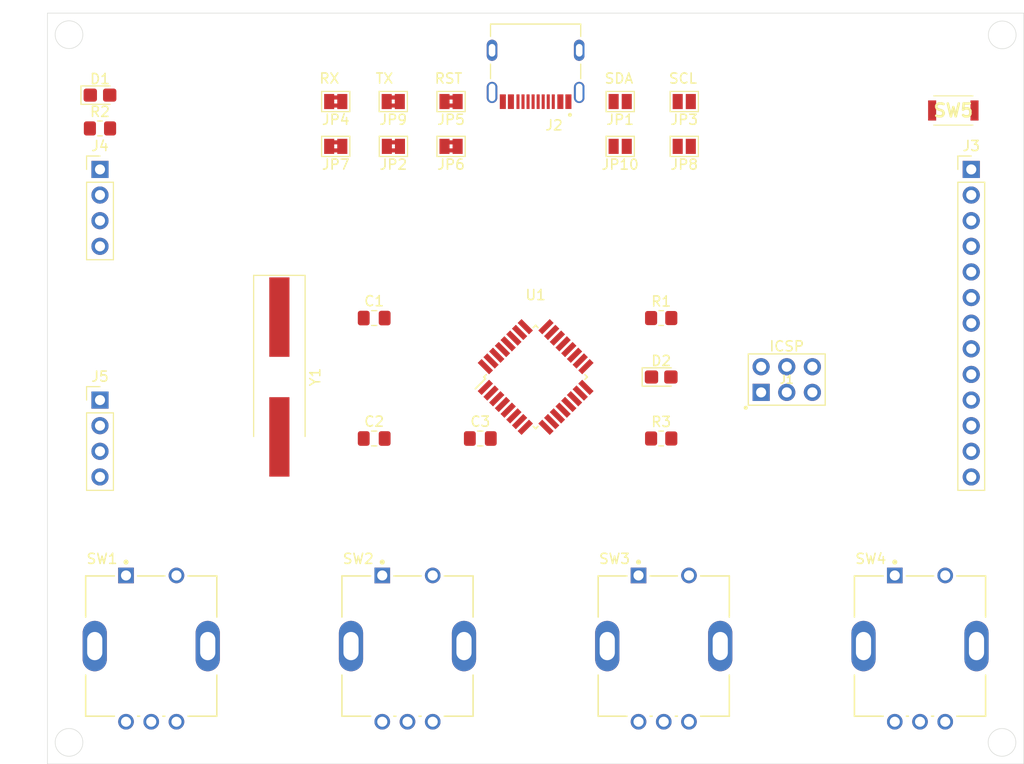
<source format=kicad_pcb>
(kicad_pcb (version 20171130) (host pcbnew "(5.1.10)-1")

  (general
    (thickness 1.6)
    (drawings 13)
    (tracks 0)
    (zones 0)
    (modules 30)
    (nets 41)
  )

  (page A4)
  (title_block
    (title "LightControl Console")
    (date 2021-08-10)
    (rev v00)
    (comment 4 "Author: GHOSCHT")
  )

  (layers
    (0 F.Cu signal)
    (31 B.Cu signal)
    (32 B.Adhes user)
    (33 F.Adhes user)
    (34 B.Paste user)
    (35 F.Paste user)
    (36 B.SilkS user)
    (37 F.SilkS user)
    (38 B.Mask user)
    (39 F.Mask user)
    (40 Dwgs.User user)
    (41 Cmts.User user)
    (42 Eco1.User user)
    (43 Eco2.User user)
    (44 Edge.Cuts user)
    (45 Margin user)
    (46 B.CrtYd user)
    (47 F.CrtYd user)
    (48 B.Fab user)
    (49 F.Fab user)
  )

  (setup
    (last_trace_width 0.25)
    (trace_clearance 0.2)
    (zone_clearance 0.508)
    (zone_45_only no)
    (trace_min 0.2)
    (via_size 0.8)
    (via_drill 0.4)
    (via_min_size 0.4)
    (via_min_drill 0.3)
    (uvia_size 0.3)
    (uvia_drill 0.1)
    (uvias_allowed no)
    (uvia_min_size 0.2)
    (uvia_min_drill 0.1)
    (edge_width 0.05)
    (segment_width 0.2)
    (pcb_text_width 0.3)
    (pcb_text_size 1.5 1.5)
    (mod_edge_width 0.12)
    (mod_text_size 1 1)
    (mod_text_width 0.15)
    (pad_size 1.524 1.524)
    (pad_drill 0.762)
    (pad_to_mask_clearance 0)
    (aux_axis_origin 0 0)
    (visible_elements 7FFFFFFF)
    (pcbplotparams
      (layerselection 0x010fc_ffffffff)
      (usegerberextensions false)
      (usegerberattributes true)
      (usegerberadvancedattributes true)
      (creategerberjobfile true)
      (excludeedgelayer true)
      (linewidth 0.100000)
      (plotframeref false)
      (viasonmask false)
      (mode 1)
      (useauxorigin false)
      (hpglpennumber 1)
      (hpglpenspeed 20)
      (hpglpendiameter 15.000000)
      (psnegative false)
      (psa4output false)
      (plotreference true)
      (plotvalue true)
      (plotinvisibletext false)
      (padsonsilk false)
      (subtractmaskfromsilk false)
      (outputformat 1)
      (mirror false)
      (drillshape 1)
      (scaleselection 1)
      (outputdirectory ""))
  )

  (net 0 "")
  (net 1 "Net-(U1-Pad19)")
  (net 2 "Net-(U1-Pad20)")
  (net 3 "Net-(U1-Pad22)")
  (net 4 GND)
  (net 5 VCC)
  (net 6 XTAL1)
  (net 7 XTAL2)
  (net 8 "Net-(D1-Pad2)")
  (net 9 MOSI)
  (net 10 SCK)
  (net 11 MISO)
  (net 12 RST)
  (net 13 "Net-(J2-PadA6)")
  (net 14 "Net-(J2-PadB7)")
  (net 15 "Net-(J2-PadA5)")
  (net 16 "Net-(J2-PadB8)")
  (net 17 "Net-(J2-PadA7)")
  (net 18 "Net-(J2-PadB6)")
  (net 19 "Net-(J2-PadA8)")
  (net 20 "Net-(J2-PadB5)")
  (net 21 BTN4)
  (net 22 BTN3)
  (net 23 BTN2)
  (net 24 BTN1)
  (net 25 ENC4B)
  (net 26 ENC4A)
  (net 27 ENC3B)
  (net 28 ENC3A)
  (net 29 ENC2B)
  (net 30 ENC2A)
  (net 31 ENC1B)
  (net 32 ENC1A)
  (net 33 TX)
  (net 34 RX)
  (net 35 SDA)
  (net 36 SCL)
  (net 37 "Net-(D2-Pad2)")
  (net 38 LED)
  (net 39 "Net-(U1-Pad3)")
  (net 40 "Net-(U1-Pad6)")

  (net_class Default "This is the default net class."
    (clearance 0.2)
    (trace_width 0.25)
    (via_dia 0.8)
    (via_drill 0.4)
    (uvia_dia 0.3)
    (uvia_drill 0.1)
    (add_net BTN1)
    (add_net BTN2)
    (add_net BTN3)
    (add_net BTN4)
    (add_net ENC1A)
    (add_net ENC1B)
    (add_net ENC2A)
    (add_net ENC2B)
    (add_net ENC3A)
    (add_net ENC3B)
    (add_net ENC4A)
    (add_net ENC4B)
    (add_net GND)
    (add_net LED)
    (add_net MISO)
    (add_net MOSI)
    (add_net "Net-(D1-Pad2)")
    (add_net "Net-(D2-Pad2)")
    (add_net "Net-(J2-PadA5)")
    (add_net "Net-(J2-PadA6)")
    (add_net "Net-(J2-PadA7)")
    (add_net "Net-(J2-PadA8)")
    (add_net "Net-(J2-PadB5)")
    (add_net "Net-(J2-PadB6)")
    (add_net "Net-(J2-PadB7)")
    (add_net "Net-(J2-PadB8)")
    (add_net "Net-(U1-Pad19)")
    (add_net "Net-(U1-Pad20)")
    (add_net "Net-(U1-Pad22)")
    (add_net "Net-(U1-Pad3)")
    (add_net "Net-(U1-Pad6)")
    (add_net RST)
    (add_net RX)
    (add_net SCK)
    (add_net SCL)
    (add_net SDA)
    (add_net TX)
    (add_net VCC)
    (add_net XTAL1)
    (add_net XTAL2)
  )

  (module AVR-ISP:AVR-ISP (layer F.Cu) (tedit 611E649A) (tstamp 611E7B2B)
    (at 167.132 75.184)
    (path /61134728)
    (fp_text reference J1 (at 0 0) (layer F.SilkS)
      (effects (font (size 0.787402 0.787402) (thickness 0.15)))
    )
    (fp_text value AVR-ISP-6 (at 0 0) (layer F.Fab)
      (effects (font (size 0.787402 0.787402) (thickness 0.15)))
    )
    (fp_text user ICSP (at 0 -3.302) (layer F.SilkS)
      (effects (font (size 1 1) (thickness 0.15)))
    )
    (fp_line (start -3.81 -2.54) (end 3.81 -2.54) (layer F.SilkS) (width 0.127))
    (fp_line (start 3.81 -2.54) (end 3.81 2.54) (layer F.SilkS) (width 0.127))
    (fp_line (start 3.81 2.54) (end -3.81 2.54) (layer F.SilkS) (width 0.127))
    (fp_line (start -3.81 2.54) (end -3.81 -2.54) (layer F.SilkS) (width 0.127))
    (fp_circle (center -4.064 2.794) (end -3.964 2.794) (layer F.SilkS) (width 0.2))
    (pad 6 thru_hole circle (at 2.54 -1.27) (size 1.7 1.7) (drill 1) (layers *.Cu *.Mask)
      (net 4 GND))
    (pad 5 thru_hole circle (at 2.54 1.27) (size 1.7 1.7) (drill 1) (layers *.Cu *.Mask)
      (net 12 RST))
    (pad 1 thru_hole rect (at -2.54 1.27) (size 1.7 1.7) (drill 1) (layers *.Cu *.Mask)
      (net 11 MISO))
    (pad 2 thru_hole circle (at -2.54 -1.27) (size 1.7 1.7) (drill 1) (layers *.Cu *.Mask)
      (net 5 VCC))
    (pad 3 thru_hole circle (at 0 1.27) (size 1.7 1.7) (drill 1) (layers *.Cu *.Mask)
      (net 10 SCK))
    (pad 4 thru_hole circle (at 0 -1.27) (size 1.7 1.7) (drill 1) (layers *.Cu *.Mask)
      (net 9 MOSI))
    (model ${KISYS3DMOD}/Connector_PinHeader_2.54mm.3dshapes/PinHeader_2x03_P2.54mm_Vertical.step
      (offset (xyz -2.5 -1.3 0))
      (scale (xyz 1 1 1))
      (rotate (xyz 0 0 -90))
    )
  )

  (module Crystal:Crystal_SMD_HC49-SD_HandSoldering (layer F.Cu) (tedit 5A1AD52C) (tstamp 611E8E51)
    (at 116.84 74.93 270)
    (descr "SMD Crystal HC-49-SD http://cdn-reichelt.de/documents/datenblatt/B400/xxx-HC49-SMD.pdf, hand-soldering, 11.4x4.7mm^2 package")
    (tags "SMD SMT crystal hand-soldering")
    (path /6113484F)
    (attr smd)
    (fp_text reference Y1 (at 0 -3.55 90) (layer F.SilkS)
      (effects (font (size 1 1) (thickness 0.15)))
    )
    (fp_text value 16MHz (at 0 3.55 90) (layer F.Fab)
      (effects (font (size 1 1) (thickness 0.15)))
    )
    (fp_line (start -5.7 -2.35) (end -5.7 2.35) (layer F.Fab) (width 0.1))
    (fp_line (start -5.7 2.35) (end 5.7 2.35) (layer F.Fab) (width 0.1))
    (fp_line (start 5.7 2.35) (end 5.7 -2.35) (layer F.Fab) (width 0.1))
    (fp_line (start 5.7 -2.35) (end -5.7 -2.35) (layer F.Fab) (width 0.1))
    (fp_line (start -3.015 -2.115) (end 3.015 -2.115) (layer F.Fab) (width 0.1))
    (fp_line (start -3.015 2.115) (end 3.015 2.115) (layer F.Fab) (width 0.1))
    (fp_line (start 5.9 -2.55) (end -10.075 -2.55) (layer F.SilkS) (width 0.12))
    (fp_line (start -10.075 -2.55) (end -10.075 2.55) (layer F.SilkS) (width 0.12))
    (fp_line (start -10.075 2.55) (end 5.9 2.55) (layer F.SilkS) (width 0.12))
    (fp_line (start -10.2 -2.6) (end -10.2 2.6) (layer F.CrtYd) (width 0.05))
    (fp_line (start -10.2 2.6) (end 10.2 2.6) (layer F.CrtYd) (width 0.05))
    (fp_line (start 10.2 2.6) (end 10.2 -2.6) (layer F.CrtYd) (width 0.05))
    (fp_line (start 10.2 -2.6) (end -10.2 -2.6) (layer F.CrtYd) (width 0.05))
    (fp_arc (start 3.015 0) (end 3.015 -2.115) (angle 180) (layer F.Fab) (width 0.1))
    (fp_arc (start -3.015 0) (end -3.015 -2.115) (angle -180) (layer F.Fab) (width 0.1))
    (fp_text user %R (at 0 0 90) (layer F.Fab)
      (effects (font (size 1 1) (thickness 0.15)))
    )
    (pad 2 smd rect (at 5.9375 0 270) (size 7.875 2) (layers F.Cu F.Paste F.Mask)
      (net 7 XTAL2))
    (pad 1 smd rect (at -5.9375 0 270) (size 7.875 2) (layers F.Cu F.Paste F.Mask)
      (net 6 XTAL1))
    (model ${KISYS3DMOD}/Crystal.3dshapes/Crystal_SMD_HC49-SD.wrl
      (at (xyz 0 0 0))
      (scale (xyz 1 1 1))
      (rotate (xyz 0 0 0))
    )
  )

  (module Jumper:SolderJumper-2_P1.3mm_Open_Pad1.0x1.5mm (layer F.Cu) (tedit 5A3EABFC) (tstamp 611335D6)
    (at 150.622 47.625 180)
    (descr "SMD Solder Jumper, 1x1.5mm Pads, 0.3mm gap, open")
    (tags "solder jumper open")
    (path /6113282A)
    (attr virtual)
    (fp_text reference JP1 (at 0 -1.8) (layer F.SilkS)
      (effects (font (size 1 1) (thickness 0.15)))
    )
    (fp_text value SolderJumper (at -14.986 0.762) (layer F.Fab)
      (effects (font (size 1 1) (thickness 0.15)))
    )
    (fp_line (start -1.4 1) (end -1.4 -1) (layer F.SilkS) (width 0.12))
    (fp_line (start 1.4 1) (end -1.4 1) (layer F.SilkS) (width 0.12))
    (fp_line (start 1.4 -1) (end 1.4 1) (layer F.SilkS) (width 0.12))
    (fp_line (start -1.4 -1) (end 1.4 -1) (layer F.SilkS) (width 0.12))
    (fp_line (start -1.65 -1.25) (end 1.65 -1.25) (layer F.CrtYd) (width 0.05))
    (fp_line (start -1.65 -1.25) (end -1.65 1.25) (layer F.CrtYd) (width 0.05))
    (fp_line (start 1.65 1.25) (end 1.65 -1.25) (layer F.CrtYd) (width 0.05))
    (fp_line (start 1.65 1.25) (end -1.65 1.25) (layer F.CrtYd) (width 0.05))
    (pad 1 smd rect (at -0.65 0 180) (size 1 1.5) (layers F.Cu F.Mask)
      (net 35 SDA))
    (pad 2 smd rect (at 0.65 0 180) (size 1 1.5) (layers F.Cu F.Mask)
      (net 13 "Net-(J2-PadA6)"))
  )

  (module HRO_TYPE-C-31-M-12:HRO_TYPE-C-31-M-12 (layer F.Cu) (tedit 6112D184) (tstamp 6112D3E1)
    (at 142.24 42.545 180)
    (path /6112D89A)
    (fp_text reference J2 (at -1.825 -7.435) (layer F.SilkS)
      (effects (font (size 1 1) (thickness 0.15)))
    )
    (fp_text value TYPE-C-31-M-12 (at 6.43 4.135) (layer F.Fab)
      (effects (font (size 1 1) (thickness 0.15)))
    )
    (fp_line (start -4.47 2.6) (end 4.47 2.6) (layer F.Fab) (width 0.127))
    (fp_line (start 4.47 2.6) (end 4.47 -4.7) (layer F.Fab) (width 0.127))
    (fp_line (start 4.47 -4.7) (end -4.47 -4.7) (layer F.Fab) (width 0.127))
    (fp_line (start -4.47 -4.7) (end -4.47 2.6) (layer F.Fab) (width 0.127))
    (fp_line (start -4.47 -2.81) (end -4.47 -1.37) (layer F.SilkS) (width 0.127))
    (fp_line (start 4.47 -2.81) (end 4.47 -1.37) (layer F.SilkS) (width 0.127))
    (fp_line (start 4.47 1.37) (end 4.47 2.6) (layer F.SilkS) (width 0.127))
    (fp_line (start 4.47 2.6) (end -4.47 2.6) (layer F.SilkS) (width 0.127))
    (fp_line (start -4.47 2.6) (end -4.47 1.37) (layer F.SilkS) (width 0.127))
    (fp_line (start -5.095 2.85) (end 5.095 2.85) (layer F.CrtYd) (width 0.05))
    (fp_line (start 5.095 2.85) (end 5.095 -6.07) (layer F.CrtYd) (width 0.05))
    (fp_line (start 5.095 -6.07) (end -5.095 -6.07) (layer F.CrtYd) (width 0.05))
    (fp_line (start -5.095 -6.07) (end -5.095 2.85) (layer F.CrtYd) (width 0.05))
    (fp_circle (center -3.4 -6.4) (end -3.3 -6.4) (layer F.Fab) (width 0.2))
    (fp_circle (center -3.4 -6.4) (end -3.3 -6.4) (layer F.SilkS) (width 0.2))
    (pad A1B12 smd rect (at -3.25 -5.095 180) (size 0.6 1.45) (layers F.Cu F.Paste F.Mask)
      (net 4 GND))
    (pad A4B9 smd rect (at -2.45 -5.095 180) (size 0.6 1.45) (layers F.Cu F.Paste F.Mask)
      (net 5 VCC))
    (pad A6 smd rect (at -0.25 -5.095 180) (size 0.3 1.45) (layers F.Cu F.Paste F.Mask)
      (net 13 "Net-(J2-PadA6)"))
    (pad B7 smd rect (at -0.75 -5.095 180) (size 0.3 1.45) (layers F.Cu F.Paste F.Mask)
      (net 14 "Net-(J2-PadB7)"))
    (pad A5 smd rect (at -1.25 -5.095 180) (size 0.3 1.45) (layers F.Cu F.Paste F.Mask)
      (net 15 "Net-(J2-PadA5)"))
    (pad B8 smd rect (at -1.75 -5.095 180) (size 0.3 1.45) (layers F.Cu F.Paste F.Mask)
      (net 16 "Net-(J2-PadB8)"))
    (pad A7 smd rect (at 0.25 -5.095 180) (size 0.3 1.45) (layers F.Cu F.Paste F.Mask)
      (net 17 "Net-(J2-PadA7)"))
    (pad B6 smd rect (at 0.75 -5.095 180) (size 0.3 1.45) (layers F.Cu F.Paste F.Mask)
      (net 18 "Net-(J2-PadB6)"))
    (pad A8 smd rect (at 1.25 -5.095 180) (size 0.3 1.45) (layers F.Cu F.Paste F.Mask)
      (net 19 "Net-(J2-PadA8)"))
    (pad B5 smd rect (at 1.75 -5.095 180) (size 0.3 1.45) (layers F.Cu F.Paste F.Mask)
      (net 20 "Net-(J2-PadB5)"))
    (pad B4A9 smd rect (at 2.45 -5.095 180) (size 0.6 1.45) (layers F.Cu F.Paste F.Mask)
      (net 5 VCC))
    (pad B1A12 smd rect (at 3.25 -5.095 180) (size 0.6 1.45) (layers F.Cu F.Paste F.Mask)
      (net 4 GND))
    (pad S1 thru_hole oval (at -4.32 -4.18 180) (size 1.05 2.1) (drill oval 0.65 1.75) (layers *.Cu *.Mask)
      (net 4 GND))
    (pad S2 thru_hole oval (at 4.32 -4.18 180) (size 1.05 2.1) (drill oval 0.65 1.75) (layers *.Cu *.Mask)
      (net 4 GND))
    (pad S3 thru_hole oval (at -4.32 0 180) (size 1.05 2.1) (drill oval 0.65 1.25) (layers *.Cu *.Mask)
      (net 4 GND))
    (pad S4 thru_hole oval (at 4.32 0 180) (size 1.05 2.1) (drill oval 0.65 1.25) (layers *.Cu *.Mask)
      (net 4 GND))
    (pad None np_thru_hole circle (at -2.89 -3.65 180) (size 0.7 0.7) (drill 0.7) (layers *.Cu *.Mask))
    (pad None np_thru_hole circle (at 2.89 -3.65 180) (size 0.7 0.7) (drill 0.7) (layers *.Cu *.Mask))
    (model ${KIPRJMOD}/Libraries/HRO_TYPE-C-31-M-12.models/TYPE-C-31-M-12.step
      (at (xyz 0 0 0))
      (scale (xyz 1 1 1))
      (rotate (xyz -90 0 0))
    )
  )

  (module Capacitor_SMD:C_0805_2012Metric_Pad1.18x1.45mm_HandSolder (layer F.Cu) (tedit 5F68FEEF) (tstamp 611E907C)
    (at 126.238 69.088)
    (descr "Capacitor SMD 0805 (2012 Metric), square (rectangular) end terminal, IPC_7351 nominal with elongated pad for handsoldering. (Body size source: IPC-SM-782 page 76, https://www.pcb-3d.com/wordpress/wp-content/uploads/ipc-sm-782a_amendment_1_and_2.pdf, https://docs.google.com/spreadsheets/d/1BsfQQcO9C6DZCsRaXUlFlo91Tg2WpOkGARC1WS5S8t0/edit?usp=sharing), generated with kicad-footprint-generator")
    (tags "capacitor handsolder")
    (path /6113DC2F)
    (attr smd)
    (fp_text reference C1 (at 0 -1.68) (layer F.SilkS)
      (effects (font (size 1 1) (thickness 0.15)))
    )
    (fp_text value 22p (at 0 1.68) (layer F.Fab)
      (effects (font (size 1 1) (thickness 0.15)))
    )
    (fp_line (start 1.88 0.98) (end -1.88 0.98) (layer F.CrtYd) (width 0.05))
    (fp_line (start 1.88 -0.98) (end 1.88 0.98) (layer F.CrtYd) (width 0.05))
    (fp_line (start -1.88 -0.98) (end 1.88 -0.98) (layer F.CrtYd) (width 0.05))
    (fp_line (start -1.88 0.98) (end -1.88 -0.98) (layer F.CrtYd) (width 0.05))
    (fp_line (start -0.261252 0.735) (end 0.261252 0.735) (layer F.SilkS) (width 0.12))
    (fp_line (start -0.261252 -0.735) (end 0.261252 -0.735) (layer F.SilkS) (width 0.12))
    (fp_line (start 1 0.625) (end -1 0.625) (layer F.Fab) (width 0.1))
    (fp_line (start 1 -0.625) (end 1 0.625) (layer F.Fab) (width 0.1))
    (fp_line (start -1 -0.625) (end 1 -0.625) (layer F.Fab) (width 0.1))
    (fp_line (start -1 0.625) (end -1 -0.625) (layer F.Fab) (width 0.1))
    (fp_text user %R (at 0 0) (layer F.Fab)
      (effects (font (size 0.5 0.5) (thickness 0.08)))
    )
    (pad 1 smd roundrect (at -1.0375 0) (size 1.175 1.45) (layers F.Cu F.Paste F.Mask) (roundrect_rratio 0.212766)
      (net 6 XTAL1))
    (pad 2 smd roundrect (at 1.0375 0) (size 1.175 1.45) (layers F.Cu F.Paste F.Mask) (roundrect_rratio 0.212766)
      (net 4 GND))
    (model ${KISYS3DMOD}/Capacitor_SMD.3dshapes/C_0805_2012Metric.wrl
      (at (xyz 0 0 0))
      (scale (xyz 1 1 1))
      (rotate (xyz 0 0 0))
    )
  )

  (module Capacitor_SMD:C_0805_2012Metric_Pad1.18x1.45mm_HandSolder (layer F.Cu) (tedit 5F68FEEF) (tstamp 611E90DD)
    (at 126.238 81.026)
    (descr "Capacitor SMD 0805 (2012 Metric), square (rectangular) end terminal, IPC_7351 nominal with elongated pad for handsoldering. (Body size source: IPC-SM-782 page 76, https://www.pcb-3d.com/wordpress/wp-content/uploads/ipc-sm-782a_amendment_1_and_2.pdf, https://docs.google.com/spreadsheets/d/1BsfQQcO9C6DZCsRaXUlFlo91Tg2WpOkGARC1WS5S8t0/edit?usp=sharing), generated with kicad-footprint-generator")
    (tags "capacitor handsolder")
    (path /611448F1)
    (attr smd)
    (fp_text reference C2 (at 0 -1.68) (layer F.SilkS)
      (effects (font (size 1 1) (thickness 0.15)))
    )
    (fp_text value 22p (at 0 1.68) (layer F.Fab)
      (effects (font (size 1 1) (thickness 0.15)))
    )
    (fp_line (start -1 0.625) (end -1 -0.625) (layer F.Fab) (width 0.1))
    (fp_line (start -1 -0.625) (end 1 -0.625) (layer F.Fab) (width 0.1))
    (fp_line (start 1 -0.625) (end 1 0.625) (layer F.Fab) (width 0.1))
    (fp_line (start 1 0.625) (end -1 0.625) (layer F.Fab) (width 0.1))
    (fp_line (start -0.261252 -0.735) (end 0.261252 -0.735) (layer F.SilkS) (width 0.12))
    (fp_line (start -0.261252 0.735) (end 0.261252 0.735) (layer F.SilkS) (width 0.12))
    (fp_line (start -1.88 0.98) (end -1.88 -0.98) (layer F.CrtYd) (width 0.05))
    (fp_line (start -1.88 -0.98) (end 1.88 -0.98) (layer F.CrtYd) (width 0.05))
    (fp_line (start 1.88 -0.98) (end 1.88 0.98) (layer F.CrtYd) (width 0.05))
    (fp_line (start 1.88 0.98) (end -1.88 0.98) (layer F.CrtYd) (width 0.05))
    (fp_text user %R (at 0 0) (layer F.Fab)
      (effects (font (size 0.5 0.5) (thickness 0.08)))
    )
    (pad 2 smd roundrect (at 1.0375 0) (size 1.175 1.45) (layers F.Cu F.Paste F.Mask) (roundrect_rratio 0.212766)
      (net 4 GND))
    (pad 1 smd roundrect (at -1.0375 0) (size 1.175 1.45) (layers F.Cu F.Paste F.Mask) (roundrect_rratio 0.212766)
      (net 7 XTAL2))
    (model ${KISYS3DMOD}/Capacitor_SMD.3dshapes/C_0805_2012Metric.wrl
      (at (xyz 0 0 0))
      (scale (xyz 1 1 1))
      (rotate (xyz 0 0 0))
    )
  )

  (module Capacitor_SMD:C_0805_2012Metric_Pad1.18x1.45mm_HandSolder (layer F.Cu) (tedit 5F68FEEF) (tstamp 61133C17)
    (at 136.7575 81.026)
    (descr "Capacitor SMD 0805 (2012 Metric), square (rectangular) end terminal, IPC_7351 nominal with elongated pad for handsoldering. (Body size source: IPC-SM-782 page 76, https://www.pcb-3d.com/wordpress/wp-content/uploads/ipc-sm-782a_amendment_1_and_2.pdf, https://docs.google.com/spreadsheets/d/1BsfQQcO9C6DZCsRaXUlFlo91Tg2WpOkGARC1WS5S8t0/edit?usp=sharing), generated with kicad-footprint-generator")
    (tags "capacitor handsolder")
    (path /6115564D)
    (attr smd)
    (fp_text reference C3 (at 0 -1.68) (layer F.SilkS)
      (effects (font (size 1 1) (thickness 0.15)))
    )
    (fp_text value 100n (at 0 1.68) (layer F.Fab)
      (effects (font (size 1 1) (thickness 0.15)))
    )
    (fp_line (start 1.88 0.98) (end -1.88 0.98) (layer F.CrtYd) (width 0.05))
    (fp_line (start 1.88 -0.98) (end 1.88 0.98) (layer F.CrtYd) (width 0.05))
    (fp_line (start -1.88 -0.98) (end 1.88 -0.98) (layer F.CrtYd) (width 0.05))
    (fp_line (start -1.88 0.98) (end -1.88 -0.98) (layer F.CrtYd) (width 0.05))
    (fp_line (start -0.261252 0.735) (end 0.261252 0.735) (layer F.SilkS) (width 0.12))
    (fp_line (start -0.261252 -0.735) (end 0.261252 -0.735) (layer F.SilkS) (width 0.12))
    (fp_line (start 1 0.625) (end -1 0.625) (layer F.Fab) (width 0.1))
    (fp_line (start 1 -0.625) (end 1 0.625) (layer F.Fab) (width 0.1))
    (fp_line (start -1 -0.625) (end 1 -0.625) (layer F.Fab) (width 0.1))
    (fp_line (start -1 0.625) (end -1 -0.625) (layer F.Fab) (width 0.1))
    (fp_text user %R (at 0 0) (layer F.Fab)
      (effects (font (size 0.5 0.5) (thickness 0.08)))
    )
    (pad 1 smd roundrect (at -1.0375 0) (size 1.175 1.45) (layers F.Cu F.Paste F.Mask) (roundrect_rratio 0.212766)
      (net 5 VCC))
    (pad 2 smd roundrect (at 1.0375 0) (size 1.175 1.45) (layers F.Cu F.Paste F.Mask) (roundrect_rratio 0.212766)
      (net 4 GND))
    (model ${KISYS3DMOD}/Capacitor_SMD.3dshapes/C_0805_2012Metric.wrl
      (at (xyz 0 0 0))
      (scale (xyz 1 1 1))
      (rotate (xyz 0 0 0))
    )
  )

  (module Jumper:SolderJumper-2_P1.3mm_Open_Pad1.0x1.5mm (layer F.Cu) (tedit 5A3EABFC) (tstamp 61133C33)
    (at 156.972 47.625 180)
    (descr "SMD Solder Jumper, 1x1.5mm Pads, 0.3mm gap, open")
    (tags "solder jumper open")
    (path /6118262C)
    (attr virtual)
    (fp_text reference JP3 (at 0 -1.8) (layer F.SilkS)
      (effects (font (size 1 1) (thickness 0.15)))
    )
    (fp_text value SolderJumper (at -8.636 -0.762) (layer F.Fab)
      (effects (font (size 1 1) (thickness 0.15)))
    )
    (fp_line (start 1.65 1.25) (end -1.65 1.25) (layer F.CrtYd) (width 0.05))
    (fp_line (start 1.65 1.25) (end 1.65 -1.25) (layer F.CrtYd) (width 0.05))
    (fp_line (start -1.65 -1.25) (end -1.65 1.25) (layer F.CrtYd) (width 0.05))
    (fp_line (start -1.65 -1.25) (end 1.65 -1.25) (layer F.CrtYd) (width 0.05))
    (fp_line (start -1.4 -1) (end 1.4 -1) (layer F.SilkS) (width 0.12))
    (fp_line (start 1.4 -1) (end 1.4 1) (layer F.SilkS) (width 0.12))
    (fp_line (start 1.4 1) (end -1.4 1) (layer F.SilkS) (width 0.12))
    (fp_line (start -1.4 1) (end -1.4 -1) (layer F.SilkS) (width 0.12))
    (pad 2 smd rect (at 0.65 0 180) (size 1 1.5) (layers F.Cu F.Mask)
      (net 17 "Net-(J2-PadA7)"))
    (pad 1 smd rect (at -0.65 0 180) (size 1 1.5) (layers F.Cu F.Mask)
      (net 36 SCL))
  )

  (module Jumper:SolderJumper-2_P1.3mm_Open_Pad1.0x1.5mm (layer F.Cu) (tedit 5A3EABFC) (tstamp 61133C79)
    (at 156.972 52.07 180)
    (descr "SMD Solder Jumper, 1x1.5mm Pads, 0.3mm gap, open")
    (tags "solder jumper open")
    (path /611A3587)
    (attr virtual)
    (fp_text reference JP8 (at 0 -1.8) (layer F.SilkS)
      (effects (font (size 1 1) (thickness 0.15)))
    )
    (fp_text value SolderJumper (at -8.636 0.762) (layer F.Fab)
      (effects (font (size 1 1) (thickness 0.15)))
    )
    (fp_line (start 1.65 1.25) (end -1.65 1.25) (layer F.CrtYd) (width 0.05))
    (fp_line (start 1.65 1.25) (end 1.65 -1.25) (layer F.CrtYd) (width 0.05))
    (fp_line (start -1.65 -1.25) (end -1.65 1.25) (layer F.CrtYd) (width 0.05))
    (fp_line (start -1.65 -1.25) (end 1.65 -1.25) (layer F.CrtYd) (width 0.05))
    (fp_line (start -1.4 -1) (end 1.4 -1) (layer F.SilkS) (width 0.12))
    (fp_line (start 1.4 -1) (end 1.4 1) (layer F.SilkS) (width 0.12))
    (fp_line (start 1.4 1) (end -1.4 1) (layer F.SilkS) (width 0.12))
    (fp_line (start -1.4 1) (end -1.4 -1) (layer F.SilkS) (width 0.12))
    (pad 2 smd rect (at 0.65 0 180) (size 1 1.5) (layers F.Cu F.Mask)
      (net 36 SCL))
    (pad 1 smd rect (at -0.65 0 180) (size 1 1.5) (layers F.Cu F.Mask)
      (net 14 "Net-(J2-PadB7)"))
  )

  (module Jumper:SolderJumper-2_P1.3mm_Open_Pad1.0x1.5mm (layer F.Cu) (tedit 5A3EABFC) (tstamp 61133C95)
    (at 150.622 52.07 180)
    (descr "SMD Solder Jumper, 1x1.5mm Pads, 0.3mm gap, open")
    (tags "solder jumper open")
    (path /611A3577)
    (attr virtual)
    (fp_text reference JP10 (at 0 -1.8) (layer F.SilkS)
      (effects (font (size 1 1) (thickness 0.15)))
    )
    (fp_text value SolderJumper (at -14.986 -0.762) (layer F.Fab)
      (effects (font (size 1 1) (thickness 0.15)))
    )
    (fp_line (start 1.65 1.25) (end -1.65 1.25) (layer F.CrtYd) (width 0.05))
    (fp_line (start 1.65 1.25) (end 1.65 -1.25) (layer F.CrtYd) (width 0.05))
    (fp_line (start -1.65 -1.25) (end -1.65 1.25) (layer F.CrtYd) (width 0.05))
    (fp_line (start -1.65 -1.25) (end 1.65 -1.25) (layer F.CrtYd) (width 0.05))
    (fp_line (start -1.4 -1) (end 1.4 -1) (layer F.SilkS) (width 0.12))
    (fp_line (start 1.4 -1) (end 1.4 1) (layer F.SilkS) (width 0.12))
    (fp_line (start 1.4 1) (end -1.4 1) (layer F.SilkS) (width 0.12))
    (fp_line (start -1.4 1) (end -1.4 -1) (layer F.SilkS) (width 0.12))
    (pad 2 smd rect (at 0.65 0 180) (size 1 1.5) (layers F.Cu F.Mask)
      (net 35 SDA))
    (pad 1 smd rect (at -0.65 0 180) (size 1 1.5) (layers F.Cu F.Mask)
      (net 18 "Net-(J2-PadB6)"))
  )

  (module Resistor_SMD:R_0805_2012Metric_Pad1.20x1.40mm_HandSolder (layer F.Cu) (tedit 5F68FEEE) (tstamp 611E7CDB)
    (at 154.686 69.088)
    (descr "Resistor SMD 0805 (2012 Metric), square (rectangular) end terminal, IPC_7351 nominal with elongated pad for handsoldering. (Body size source: IPC-SM-782 page 72, https://www.pcb-3d.com/wordpress/wp-content/uploads/ipc-sm-782a_amendment_1_and_2.pdf), generated with kicad-footprint-generator")
    (tags "resistor handsolder")
    (path /611669B4)
    (attr smd)
    (fp_text reference R1 (at 0 -1.65) (layer F.SilkS)
      (effects (font (size 1 1) (thickness 0.15)))
    )
    (fp_text value 10k (at 0 1.65) (layer F.Fab)
      (effects (font (size 1 1) (thickness 0.15)))
    )
    (fp_line (start 1.85 0.95) (end -1.85 0.95) (layer F.CrtYd) (width 0.05))
    (fp_line (start 1.85 -0.95) (end 1.85 0.95) (layer F.CrtYd) (width 0.05))
    (fp_line (start -1.85 -0.95) (end 1.85 -0.95) (layer F.CrtYd) (width 0.05))
    (fp_line (start -1.85 0.95) (end -1.85 -0.95) (layer F.CrtYd) (width 0.05))
    (fp_line (start -0.227064 0.735) (end 0.227064 0.735) (layer F.SilkS) (width 0.12))
    (fp_line (start -0.227064 -0.735) (end 0.227064 -0.735) (layer F.SilkS) (width 0.12))
    (fp_line (start 1 0.625) (end -1 0.625) (layer F.Fab) (width 0.1))
    (fp_line (start 1 -0.625) (end 1 0.625) (layer F.Fab) (width 0.1))
    (fp_line (start -1 -0.625) (end 1 -0.625) (layer F.Fab) (width 0.1))
    (fp_line (start -1 0.625) (end -1 -0.625) (layer F.Fab) (width 0.1))
    (fp_text user %R (at 0 0) (layer F.Fab)
      (effects (font (size 0.5 0.5) (thickness 0.08)))
    )
    (pad 1 smd roundrect (at -1 0) (size 1.2 1.4) (layers F.Cu F.Paste F.Mask) (roundrect_rratio 0.208333)
      (net 12 RST))
    (pad 2 smd roundrect (at 1 0) (size 1.2 1.4) (layers F.Cu F.Paste F.Mask) (roundrect_rratio 0.208333)
      (net 5 VCC))
    (model ${KISYS3DMOD}/Resistor_SMD.3dshapes/R_0805_2012Metric.wrl
      (at (xyz 0 0 0))
      (scale (xyz 1 1 1))
      (rotate (xyz 0 0 0))
    )
  )

  (module LED_SMD:LED_0805_2012Metric_Castellated (layer F.Cu) (tedit 5F68FEF1) (tstamp 61139289)
    (at 99.06 46.99)
    (descr "LED SMD 0805 (2012 Metric), castellated end terminal, IPC_7351 nominal, (Body size source: https://docs.google.com/spreadsheets/d/1BsfQQcO9C6DZCsRaXUlFlo91Tg2WpOkGARC1WS5S8t0/edit?usp=sharing), generated with kicad-footprint-generator")
    (tags "LED castellated")
    (path /6113FB23)
    (attr smd)
    (fp_text reference D1 (at 0 -1.6) (layer F.SilkS)
      (effects (font (size 1 1) (thickness 0.15)))
    )
    (fp_text value 17-21/BHC-XL2M2TY/3T (at 0 1.6) (layer F.Fab)
      (effects (font (size 1 1) (thickness 0.15)))
    )
    (fp_line (start 1.88 0.9) (end -1.88 0.9) (layer F.CrtYd) (width 0.05))
    (fp_line (start 1.88 -0.9) (end 1.88 0.9) (layer F.CrtYd) (width 0.05))
    (fp_line (start -1.88 -0.9) (end 1.88 -0.9) (layer F.CrtYd) (width 0.05))
    (fp_line (start -1.88 0.9) (end -1.88 -0.9) (layer F.CrtYd) (width 0.05))
    (fp_line (start -1.885 0.91) (end 1 0.91) (layer F.SilkS) (width 0.12))
    (fp_line (start -1.885 -0.91) (end -1.885 0.91) (layer F.SilkS) (width 0.12))
    (fp_line (start 1 -0.91) (end -1.885 -0.91) (layer F.SilkS) (width 0.12))
    (fp_line (start 1 0.6) (end 1 -0.6) (layer F.Fab) (width 0.1))
    (fp_line (start -1 0.6) (end 1 0.6) (layer F.Fab) (width 0.1))
    (fp_line (start -1 -0.3) (end -1 0.6) (layer F.Fab) (width 0.1))
    (fp_line (start -0.7 -0.6) (end -1 -0.3) (layer F.Fab) (width 0.1))
    (fp_line (start 1 -0.6) (end -0.7 -0.6) (layer F.Fab) (width 0.1))
    (fp_text user %R (at 0 0) (layer F.Fab)
      (effects (font (size 0.5 0.5) (thickness 0.08)))
    )
    (pad 1 smd roundrect (at -0.9625 0) (size 1.325 1.3) (layers F.Cu F.Paste F.Mask) (roundrect_rratio 0.192308)
      (net 4 GND))
    (pad 2 smd roundrect (at 0.9625 0) (size 1.325 1.3) (layers F.Cu F.Paste F.Mask) (roundrect_rratio 0.192308)
      (net 8 "Net-(D1-Pad2)"))
    (model ${KISYS3DMOD}/LED_SMD.3dshapes/LED_0805_2012Metric_Castellated.wrl
      (at (xyz 0 0 0))
      (scale (xyz 1 1 1))
      (rotate (xyz 0 0 0))
    )
  )

  (module Resistor_SMD:R_0805_2012Metric_Pad1.20x1.40mm_HandSolder (layer F.Cu) (tedit 5F68FEEE) (tstamp 611392F4)
    (at 99.06 50.292)
    (descr "Resistor SMD 0805 (2012 Metric), square (rectangular) end terminal, IPC_7351 nominal with elongated pad for handsoldering. (Body size source: IPC-SM-782 page 72, https://www.pcb-3d.com/wordpress/wp-content/uploads/ipc-sm-782a_amendment_1_and_2.pdf), generated with kicad-footprint-generator")
    (tags "resistor handsolder")
    (path /6114AFDD)
    (attr smd)
    (fp_text reference R2 (at 0 -1.65) (layer F.SilkS)
      (effects (font (size 1 1) (thickness 0.15)))
    )
    (fp_text value 200 (at 0 1.65) (layer F.Fab)
      (effects (font (size 1 1) (thickness 0.15)))
    )
    (fp_line (start 1.85 0.95) (end -1.85 0.95) (layer F.CrtYd) (width 0.05))
    (fp_line (start 1.85 -0.95) (end 1.85 0.95) (layer F.CrtYd) (width 0.05))
    (fp_line (start -1.85 -0.95) (end 1.85 -0.95) (layer F.CrtYd) (width 0.05))
    (fp_line (start -1.85 0.95) (end -1.85 -0.95) (layer F.CrtYd) (width 0.05))
    (fp_line (start -0.227064 0.735) (end 0.227064 0.735) (layer F.SilkS) (width 0.12))
    (fp_line (start -0.227064 -0.735) (end 0.227064 -0.735) (layer F.SilkS) (width 0.12))
    (fp_line (start 1 0.625) (end -1 0.625) (layer F.Fab) (width 0.1))
    (fp_line (start 1 -0.625) (end 1 0.625) (layer F.Fab) (width 0.1))
    (fp_line (start -1 -0.625) (end 1 -0.625) (layer F.Fab) (width 0.1))
    (fp_line (start -1 0.625) (end -1 -0.625) (layer F.Fab) (width 0.1))
    (fp_text user %R (at 0 0) (layer F.Fab)
      (effects (font (size 0.5 0.5) (thickness 0.08)))
    )
    (pad 1 smd roundrect (at -1 0) (size 1.2 1.4) (layers F.Cu F.Paste F.Mask) (roundrect_rratio 0.208333)
      (net 8 "Net-(D1-Pad2)"))
    (pad 2 smd roundrect (at 1 0) (size 1.2 1.4) (layers F.Cu F.Paste F.Mask) (roundrect_rratio 0.208333)
      (net 5 VCC))
    (model ${KISYS3DMOD}/Resistor_SMD.3dshapes/R_0805_2012Metric.wrl
      (at (xyz 0 0 0))
      (scale (xyz 1 1 1))
      (rotate (xyz 0 0 0))
    )
  )

  (module Jumper:SolderJumper-2_P1.3mm_Bridged2Bar_Pad1.0x1.5mm (layer F.Cu) (tedit 5C756A82) (tstamp 6119890D)
    (at 128.143 52.07 180)
    (descr "SMD Solder Jumper, 1x1.5mm Pads, 0.3mm gap, bridged with 2 copper strips")
    (tags "solder jumper open")
    (path /611AC9C3)
    (attr virtual)
    (fp_text reference JP2 (at 0 -1.8) (layer F.SilkS)
      (effects (font (size 1 1) (thickness 0.15)))
    )
    (fp_text value SolderJumper_Bridged (at 15.748 0.889) (layer F.Fab)
      (effects (font (size 1 1) (thickness 0.15)))
    )
    (fp_line (start -1.4 1) (end -1.4 -1) (layer F.SilkS) (width 0.12))
    (fp_line (start 1.4 1) (end -1.4 1) (layer F.SilkS) (width 0.12))
    (fp_line (start 1.4 -1) (end 1.4 1) (layer F.SilkS) (width 0.12))
    (fp_line (start -1.4 -1) (end 1.4 -1) (layer F.SilkS) (width 0.12))
    (fp_line (start -1.65 -1.25) (end 1.65 -1.25) (layer F.CrtYd) (width 0.05))
    (fp_line (start -1.65 -1.25) (end -1.65 1.25) (layer F.CrtYd) (width 0.05))
    (fp_line (start 1.65 1.25) (end 1.65 -1.25) (layer F.CrtYd) (width 0.05))
    (fp_line (start 1.65 1.25) (end -1.65 1.25) (layer F.CrtYd) (width 0.05))
    (fp_poly (pts (xy -0.25 0.2) (xy 0.25 0.2) (xy 0.25 0.6) (xy -0.25 0.6)) (layer F.Cu) (width 0))
    (fp_poly (pts (xy -0.25 -0.6) (xy 0.25 -0.6) (xy 0.25 -0.2) (xy -0.25 -0.2)) (layer F.Cu) (width 0))
    (pad 2 smd rect (at 0.65 0 180) (size 1 1.5) (layers F.Cu F.Mask)
      (net 13 "Net-(J2-PadA6)"))
    (pad 1 smd rect (at -0.65 0 180) (size 1 1.5) (layers F.Cu F.Mask)
      (net 33 TX))
  )

  (module Jumper:SolderJumper-2_P1.3mm_Bridged2Bar_Pad1.0x1.5mm (layer F.Cu) (tedit 5C756A82) (tstamp 6119891D)
    (at 122.428 47.625 180)
    (descr "SMD Solder Jumper, 1x1.5mm Pads, 0.3mm gap, bridged with 2 copper strips")
    (tags "solder jumper open")
    (path /611AE464)
    (attr virtual)
    (fp_text reference JP4 (at 0 -1.8) (layer F.SilkS)
      (effects (font (size 1 1) (thickness 0.15)))
    )
    (fp_text value SolderJumper_Bridged (at 10.033 -0.508) (layer F.Fab)
      (effects (font (size 1 1) (thickness 0.15)))
    )
    (fp_poly (pts (xy -0.25 -0.6) (xy 0.25 -0.6) (xy 0.25 -0.2) (xy -0.25 -0.2)) (layer F.Cu) (width 0))
    (fp_poly (pts (xy -0.25 0.2) (xy 0.25 0.2) (xy 0.25 0.6) (xy -0.25 0.6)) (layer F.Cu) (width 0))
    (fp_line (start 1.65 1.25) (end -1.65 1.25) (layer F.CrtYd) (width 0.05))
    (fp_line (start 1.65 1.25) (end 1.65 -1.25) (layer F.CrtYd) (width 0.05))
    (fp_line (start -1.65 -1.25) (end -1.65 1.25) (layer F.CrtYd) (width 0.05))
    (fp_line (start -1.65 -1.25) (end 1.65 -1.25) (layer F.CrtYd) (width 0.05))
    (fp_line (start -1.4 -1) (end 1.4 -1) (layer F.SilkS) (width 0.12))
    (fp_line (start 1.4 -1) (end 1.4 1) (layer F.SilkS) (width 0.12))
    (fp_line (start 1.4 1) (end -1.4 1) (layer F.SilkS) (width 0.12))
    (fp_line (start -1.4 1) (end -1.4 -1) (layer F.SilkS) (width 0.12))
    (pad 1 smd rect (at -0.65 0 180) (size 1 1.5) (layers F.Cu F.Mask)
      (net 34 RX))
    (pad 2 smd rect (at 0.65 0 180) (size 1 1.5) (layers F.Cu F.Mask)
      (net 17 "Net-(J2-PadA7)"))
  )

  (module Jumper:SolderJumper-2_P1.3mm_Bridged2Bar_Pad1.0x1.5mm (layer F.Cu) (tedit 5C756A82) (tstamp 6119892D)
    (at 133.858 47.625 180)
    (descr "SMD Solder Jumper, 1x1.5mm Pads, 0.3mm gap, bridged with 2 copper strips")
    (tags "solder jumper open")
    (path /611AECF9)
    (attr virtual)
    (fp_text reference JP5 (at 0 -1.8) (layer F.SilkS)
      (effects (font (size 1 1) (thickness 0.15)))
    )
    (fp_text value SolderJumper_Bridged (at 21.463 1.016) (layer F.Fab)
      (effects (font (size 1 1) (thickness 0.15)))
    )
    (fp_line (start -1.4 1) (end -1.4 -1) (layer F.SilkS) (width 0.12))
    (fp_line (start 1.4 1) (end -1.4 1) (layer F.SilkS) (width 0.12))
    (fp_line (start 1.4 -1) (end 1.4 1) (layer F.SilkS) (width 0.12))
    (fp_line (start -1.4 -1) (end 1.4 -1) (layer F.SilkS) (width 0.12))
    (fp_line (start -1.65 -1.25) (end 1.65 -1.25) (layer F.CrtYd) (width 0.05))
    (fp_line (start -1.65 -1.25) (end -1.65 1.25) (layer F.CrtYd) (width 0.05))
    (fp_line (start 1.65 1.25) (end 1.65 -1.25) (layer F.CrtYd) (width 0.05))
    (fp_line (start 1.65 1.25) (end -1.65 1.25) (layer F.CrtYd) (width 0.05))
    (fp_poly (pts (xy -0.25 0.2) (xy 0.25 0.2) (xy 0.25 0.6) (xy -0.25 0.6)) (layer F.Cu) (width 0))
    (fp_poly (pts (xy -0.25 -0.6) (xy 0.25 -0.6) (xy 0.25 -0.2) (xy -0.25 -0.2)) (layer F.Cu) (width 0))
    (pad 2 smd rect (at 0.65 0 180) (size 1 1.5) (layers F.Cu F.Mask)
      (net 19 "Net-(J2-PadA8)"))
    (pad 1 smd rect (at -0.65 0 180) (size 1 1.5) (layers F.Cu F.Mask)
      (net 12 RST))
  )

  (module Jumper:SolderJumper-2_P1.3mm_Bridged2Bar_Pad1.0x1.5mm (layer F.Cu) (tedit 5C756A82) (tstamp 6119893D)
    (at 133.858 52.07 180)
    (descr "SMD Solder Jumper, 1x1.5mm Pads, 0.3mm gap, bridged with 2 copper strips")
    (tags "solder jumper open")
    (path /611AF363)
    (attr virtual)
    (fp_text reference JP6 (at 0 -1.8) (layer F.SilkS)
      (effects (font (size 1 1) (thickness 0.15)))
    )
    (fp_text value SolderJumper_Bridged (at 21.463 -0.635) (layer F.Fab)
      (effects (font (size 1 1) (thickness 0.15)))
    )
    (fp_poly (pts (xy -0.25 -0.6) (xy 0.25 -0.6) (xy 0.25 -0.2) (xy -0.25 -0.2)) (layer F.Cu) (width 0))
    (fp_poly (pts (xy -0.25 0.2) (xy 0.25 0.2) (xy 0.25 0.6) (xy -0.25 0.6)) (layer F.Cu) (width 0))
    (fp_line (start 1.65 1.25) (end -1.65 1.25) (layer F.CrtYd) (width 0.05))
    (fp_line (start 1.65 1.25) (end 1.65 -1.25) (layer F.CrtYd) (width 0.05))
    (fp_line (start -1.65 -1.25) (end -1.65 1.25) (layer F.CrtYd) (width 0.05))
    (fp_line (start -1.65 -1.25) (end 1.65 -1.25) (layer F.CrtYd) (width 0.05))
    (fp_line (start -1.4 -1) (end 1.4 -1) (layer F.SilkS) (width 0.12))
    (fp_line (start 1.4 -1) (end 1.4 1) (layer F.SilkS) (width 0.12))
    (fp_line (start 1.4 1) (end -1.4 1) (layer F.SilkS) (width 0.12))
    (fp_line (start -1.4 1) (end -1.4 -1) (layer F.SilkS) (width 0.12))
    (pad 1 smd rect (at -0.65 0 180) (size 1 1.5) (layers F.Cu F.Mask)
      (net 16 "Net-(J2-PadB8)"))
    (pad 2 smd rect (at 0.65 0 180) (size 1 1.5) (layers F.Cu F.Mask)
      (net 12 RST))
  )

  (module Jumper:SolderJumper-2_P1.3mm_Bridged2Bar_Pad1.0x1.5mm (layer F.Cu) (tedit 5C756A82) (tstamp 6119894D)
    (at 122.428 52.07 180)
    (descr "SMD Solder Jumper, 1x1.5mm Pads, 0.3mm gap, bridged with 2 copper strips")
    (tags "solder jumper open")
    (path /611B0523)
    (attr virtual)
    (fp_text reference JP7 (at 0 -1.8) (layer F.SilkS)
      (effects (font (size 1 1) (thickness 0.15)))
    )
    (fp_text value SolderJumper_Bridged (at 10.033 2.413) (layer F.Fab)
      (effects (font (size 1 1) (thickness 0.15)))
    )
    (fp_poly (pts (xy -0.25 -0.6) (xy 0.25 -0.6) (xy 0.25 -0.2) (xy -0.25 -0.2)) (layer F.Cu) (width 0))
    (fp_poly (pts (xy -0.25 0.2) (xy 0.25 0.2) (xy 0.25 0.6) (xy -0.25 0.6)) (layer F.Cu) (width 0))
    (fp_line (start 1.65 1.25) (end -1.65 1.25) (layer F.CrtYd) (width 0.05))
    (fp_line (start 1.65 1.25) (end 1.65 -1.25) (layer F.CrtYd) (width 0.05))
    (fp_line (start -1.65 -1.25) (end -1.65 1.25) (layer F.CrtYd) (width 0.05))
    (fp_line (start -1.65 -1.25) (end 1.65 -1.25) (layer F.CrtYd) (width 0.05))
    (fp_line (start -1.4 -1) (end 1.4 -1) (layer F.SilkS) (width 0.12))
    (fp_line (start 1.4 -1) (end 1.4 1) (layer F.SilkS) (width 0.12))
    (fp_line (start 1.4 1) (end -1.4 1) (layer F.SilkS) (width 0.12))
    (fp_line (start -1.4 1) (end -1.4 -1) (layer F.SilkS) (width 0.12))
    (pad 1 smd rect (at -0.65 0 180) (size 1 1.5) (layers F.Cu F.Mask)
      (net 14 "Net-(J2-PadB7)"))
    (pad 2 smd rect (at 0.65 0 180) (size 1 1.5) (layers F.Cu F.Mask)
      (net 34 RX))
  )

  (module Jumper:SolderJumper-2_P1.3mm_Bridged2Bar_Pad1.0x1.5mm (layer F.Cu) (tedit 5C756A82) (tstamp 6119895D)
    (at 128.128 47.625 180)
    (descr "SMD Solder Jumper, 1x1.5mm Pads, 0.3mm gap, bridged with 2 copper strips")
    (tags "solder jumper open")
    (path /611B0A60)
    (attr virtual)
    (fp_text reference JP9 (at 0 -1.8) (layer F.SilkS)
      (effects (font (size 1 1) (thickness 0.15)))
    )
    (fp_text value SolderJumper_Bridged (at 15.733 2.54) (layer F.Fab)
      (effects (font (size 1 1) (thickness 0.15)))
    )
    (fp_line (start -1.4 1) (end -1.4 -1) (layer F.SilkS) (width 0.12))
    (fp_line (start 1.4 1) (end -1.4 1) (layer F.SilkS) (width 0.12))
    (fp_line (start 1.4 -1) (end 1.4 1) (layer F.SilkS) (width 0.12))
    (fp_line (start -1.4 -1) (end 1.4 -1) (layer F.SilkS) (width 0.12))
    (fp_line (start -1.65 -1.25) (end 1.65 -1.25) (layer F.CrtYd) (width 0.05))
    (fp_line (start -1.65 -1.25) (end -1.65 1.25) (layer F.CrtYd) (width 0.05))
    (fp_line (start 1.65 1.25) (end 1.65 -1.25) (layer F.CrtYd) (width 0.05))
    (fp_line (start 1.65 1.25) (end -1.65 1.25) (layer F.CrtYd) (width 0.05))
    (fp_poly (pts (xy -0.25 0.2) (xy 0.25 0.2) (xy 0.25 0.6) (xy -0.25 0.6)) (layer F.Cu) (width 0))
    (fp_poly (pts (xy -0.25 -0.6) (xy 0.25 -0.6) (xy 0.25 -0.2) (xy -0.25 -0.2)) (layer F.Cu) (width 0))
    (pad 2 smd rect (at 0.65 0 180) (size 1 1.5) (layers F.Cu F.Mask)
      (net 33 TX))
    (pad 1 smd rect (at -0.65 0 180) (size 1 1.5) (layers F.Cu F.Mask)
      (net 18 "Net-(J2-PadB6)"))
  )

  (module SKRKAEE020:SKRKAEE020 (layer F.Cu) (tedit 0) (tstamp 6119896E)
    (at 183.642 48.514)
    (descr SKRKAEE020)
    (tags Switch)
    (path /6132D0B4)
    (attr smd)
    (fp_text reference SW5 (at 0 0) (layer F.SilkS)
      (effects (font (size 1.27 1.27) (thickness 0.254)))
    )
    (fp_text value SW_Push (at 0 0) (layer F.SilkS) hide
      (effects (font (size 1.27 1.27) (thickness 0.254)))
    )
    (fp_line (start -1.95 -1.45) (end 1.95 -1.45) (layer F.SilkS) (width 0.1))
    (fp_line (start -1.95 1.45) (end 1.95 1.45) (layer F.SilkS) (width 0.1))
    (fp_line (start -3.5 2.45) (end -3.5 -2.45) (layer F.CrtYd) (width 0.1))
    (fp_line (start 3.5 2.45) (end -3.5 2.45) (layer F.CrtYd) (width 0.1))
    (fp_line (start 3.5 -2.45) (end 3.5 2.45) (layer F.CrtYd) (width 0.1))
    (fp_line (start -3.5 -2.45) (end 3.5 -2.45) (layer F.CrtYd) (width 0.1))
    (fp_line (start -1.95 1.45) (end -1.95 -1.45) (layer F.Fab) (width 0.2))
    (fp_line (start 1.95 1.45) (end -1.95 1.45) (layer F.Fab) (width 0.2))
    (fp_line (start 1.95 -1.45) (end 1.95 1.45) (layer F.Fab) (width 0.2))
    (fp_line (start -1.95 -1.45) (end 1.95 -1.45) (layer F.Fab) (width 0.2))
    (fp_text user %R (at 0 0) (layer F.Fab)
      (effects (font (size 1.27 1.27) (thickness 0.254)))
    )
    (pad 1 smd rect (at -2.1 0) (size 0.8 2) (layers F.Cu F.Paste F.Mask)
      (net 12 RST))
    (pad 2 smd rect (at 2.1 0) (size 0.8 2) (layers F.Cu F.Paste F.Mask)
      (net 4 GND))
    (model ${KIPRJMOD}/Libraries/SKRKAEE020.models/SKRKAEE020.stp
      (offset (xyz 0 0 0.7499999887361273))
      (scale (xyz 1 1 1))
      (rotate (xyz -90 0 0))
    )
  )

  (module LED_SMD:LED_0805_2012Metric_Castellated (layer F.Cu) (tedit 5F68FEF1) (tstamp 611BEFF3)
    (at 154.686 74.93)
    (descr "LED SMD 0805 (2012 Metric), castellated end terminal, IPC_7351 nominal, (Body size source: https://docs.google.com/spreadsheets/d/1BsfQQcO9C6DZCsRaXUlFlo91Tg2WpOkGARC1WS5S8t0/edit?usp=sharing), generated with kicad-footprint-generator")
    (tags "LED castellated")
    (path /61D1A3B1)
    (attr smd)
    (fp_text reference D2 (at 0 -1.6) (layer F.SilkS)
      (effects (font (size 1 1) (thickness 0.15)))
    )
    (fp_text value 17-21/BHC-XL2M2TY/3T (at 0 1.6) (layer F.Fab)
      (effects (font (size 1 1) (thickness 0.15)))
    )
    (fp_line (start 1 -0.6) (end -0.7 -0.6) (layer F.Fab) (width 0.1))
    (fp_line (start -0.7 -0.6) (end -1 -0.3) (layer F.Fab) (width 0.1))
    (fp_line (start -1 -0.3) (end -1 0.6) (layer F.Fab) (width 0.1))
    (fp_line (start -1 0.6) (end 1 0.6) (layer F.Fab) (width 0.1))
    (fp_line (start 1 0.6) (end 1 -0.6) (layer F.Fab) (width 0.1))
    (fp_line (start 1 -0.91) (end -1.885 -0.91) (layer F.SilkS) (width 0.12))
    (fp_line (start -1.885 -0.91) (end -1.885 0.91) (layer F.SilkS) (width 0.12))
    (fp_line (start -1.885 0.91) (end 1 0.91) (layer F.SilkS) (width 0.12))
    (fp_line (start -1.88 0.9) (end -1.88 -0.9) (layer F.CrtYd) (width 0.05))
    (fp_line (start -1.88 -0.9) (end 1.88 -0.9) (layer F.CrtYd) (width 0.05))
    (fp_line (start 1.88 -0.9) (end 1.88 0.9) (layer F.CrtYd) (width 0.05))
    (fp_line (start 1.88 0.9) (end -1.88 0.9) (layer F.CrtYd) (width 0.05))
    (fp_text user %R (at 0 0) (layer F.Fab)
      (effects (font (size 0.5 0.5) (thickness 0.08)))
    )
    (pad 1 smd roundrect (at -0.9625 0) (size 1.325 1.3) (layers F.Cu F.Paste F.Mask) (roundrect_rratio 0.192308)
      (net 4 GND))
    (pad 2 smd roundrect (at 0.9625 0) (size 1.325 1.3) (layers F.Cu F.Paste F.Mask) (roundrect_rratio 0.192308)
      (net 37 "Net-(D2-Pad2)"))
    (model ${KISYS3DMOD}/LED_SMD.3dshapes/LED_0805_2012Metric_Castellated.wrl
      (at (xyz 0 0 0))
      (scale (xyz 1 1 1))
      (rotate (xyz 0 0 0))
    )
  )

  (module Resistor_SMD:R_0805_2012Metric_Pad1.20x1.40mm_HandSolder (layer F.Cu) (tedit 5F68FEEE) (tstamp 611BF004)
    (at 154.686 81.026)
    (descr "Resistor SMD 0805 (2012 Metric), square (rectangular) end terminal, IPC_7351 nominal with elongated pad for handsoldering. (Body size source: IPC-SM-782 page 72, https://www.pcb-3d.com/wordpress/wp-content/uploads/ipc-sm-782a_amendment_1_and_2.pdf), generated with kicad-footprint-generator")
    (tags "resistor handsolder")
    (path /61D1A3B7)
    (attr smd)
    (fp_text reference R3 (at 0 -1.65) (layer F.SilkS)
      (effects (font (size 1 1) (thickness 0.15)))
    )
    (fp_text value 200 (at 0 1.65) (layer F.Fab)
      (effects (font (size 1 1) (thickness 0.15)))
    )
    (fp_line (start -1 0.625) (end -1 -0.625) (layer F.Fab) (width 0.1))
    (fp_line (start -1 -0.625) (end 1 -0.625) (layer F.Fab) (width 0.1))
    (fp_line (start 1 -0.625) (end 1 0.625) (layer F.Fab) (width 0.1))
    (fp_line (start 1 0.625) (end -1 0.625) (layer F.Fab) (width 0.1))
    (fp_line (start -0.227064 -0.735) (end 0.227064 -0.735) (layer F.SilkS) (width 0.12))
    (fp_line (start -0.227064 0.735) (end 0.227064 0.735) (layer F.SilkS) (width 0.12))
    (fp_line (start -1.85 0.95) (end -1.85 -0.95) (layer F.CrtYd) (width 0.05))
    (fp_line (start -1.85 -0.95) (end 1.85 -0.95) (layer F.CrtYd) (width 0.05))
    (fp_line (start 1.85 -0.95) (end 1.85 0.95) (layer F.CrtYd) (width 0.05))
    (fp_line (start 1.85 0.95) (end -1.85 0.95) (layer F.CrtYd) (width 0.05))
    (fp_text user %R (at 0 0) (layer F.Fab)
      (effects (font (size 0.5 0.5) (thickness 0.08)))
    )
    (pad 1 smd roundrect (at -1 0) (size 1.2 1.4) (layers F.Cu F.Paste F.Mask) (roundrect_rratio 0.208333)
      (net 37 "Net-(D2-Pad2)"))
    (pad 2 smd roundrect (at 1 0) (size 1.2 1.4) (layers F.Cu F.Paste F.Mask) (roundrect_rratio 0.208333)
      (net 38 LED))
    (model ${KISYS3DMOD}/Resistor_SMD.3dshapes/R_0805_2012Metric.wrl
      (at (xyz 0 0 0))
      (scale (xyz 1 1 1))
      (rotate (xyz 0 0 0))
    )
  )

  (module Package_QFP:TQFP-32_7x7mm_P0.8mm (layer F.Cu) (tedit 5A02F146) (tstamp 611E6194)
    (at 142.24 74.93 45)
    (descr "32-Lead Plastic Thin Quad Flatpack (PT) - 7x7x1.0 mm Body, 2.00 mm [TQFP] (see Microchip Packaging Specification 00000049BS.pdf)")
    (tags "QFP 0.8")
    (path /61C8D3E7)
    (attr smd)
    (fp_text reference U1 (at 5.747364 -5.747364 180) (layer F.SilkS)
      (effects (font (size 1 1) (thickness 0.15)))
    )
    (fp_text value ATmega328PB-AU (at 0 6.05 45) (layer F.Fab)
      (effects (font (size 1 1) (thickness 0.15)))
    )
    (fp_line (start -2.5 -3.5) (end 3.5 -3.5) (layer F.Fab) (width 0.15))
    (fp_line (start 3.5 -3.5) (end 3.5 3.5) (layer F.Fab) (width 0.15))
    (fp_line (start 3.5 3.5) (end -3.5 3.5) (layer F.Fab) (width 0.15))
    (fp_line (start -3.5 3.5) (end -3.5 -2.5) (layer F.Fab) (width 0.15))
    (fp_line (start -3.5 -2.5) (end -2.5 -3.5) (layer F.Fab) (width 0.15))
    (fp_line (start -5.3 -5.3) (end -5.3 5.3) (layer F.CrtYd) (width 0.05))
    (fp_line (start 5.3 -5.3) (end 5.3 5.3) (layer F.CrtYd) (width 0.05))
    (fp_line (start -5.3 -5.3) (end 5.3 -5.3) (layer F.CrtYd) (width 0.05))
    (fp_line (start -5.3 5.3) (end 5.3 5.3) (layer F.CrtYd) (width 0.05))
    (fp_line (start -3.625 -3.625) (end -3.625 -3.4) (layer F.SilkS) (width 0.15))
    (fp_line (start 3.625 -3.625) (end 3.625 -3.3) (layer F.SilkS) (width 0.15))
    (fp_line (start 3.625 3.625) (end 3.625 3.3) (layer F.SilkS) (width 0.15))
    (fp_line (start -3.625 3.625) (end -3.625 3.3) (layer F.SilkS) (width 0.15))
    (fp_line (start -3.625 -3.625) (end -3.3 -3.625) (layer F.SilkS) (width 0.15))
    (fp_line (start -3.625 3.625) (end -3.3 3.625) (layer F.SilkS) (width 0.15))
    (fp_line (start 3.625 3.625) (end 3.3 3.625) (layer F.SilkS) (width 0.15))
    (fp_line (start 3.625 -3.625) (end 3.3 -3.625) (layer F.SilkS) (width 0.15))
    (fp_line (start -3.625 -3.4) (end -5.05 -3.4) (layer F.SilkS) (width 0.15))
    (fp_text user %R (at 0 0 45) (layer F.Fab)
      (effects (font (size 1 1) (thickness 0.15)))
    )
    (pad 1 smd rect (at -4.25 -2.8 45) (size 1.6 0.55) (layers F.Cu F.Paste F.Mask)
      (net 31 ENC1B))
    (pad 2 smd rect (at -4.25 -2 45) (size 1.6 0.55) (layers F.Cu F.Paste F.Mask)
      (net 30 ENC2A))
    (pad 3 smd rect (at -4.25 -1.2 45) (size 1.6 0.55) (layers F.Cu F.Paste F.Mask)
      (net 39 "Net-(U1-Pad3)"))
    (pad 4 smd rect (at -4.25 -0.4 45) (size 1.6 0.55) (layers F.Cu F.Paste F.Mask)
      (net 5 VCC))
    (pad 5 smd rect (at -4.25 0.4 45) (size 1.6 0.55) (layers F.Cu F.Paste F.Mask)
      (net 4 GND))
    (pad 6 smd rect (at -4.25 1.2 45) (size 1.6 0.55) (layers F.Cu F.Paste F.Mask)
      (net 40 "Net-(U1-Pad6)"))
    (pad 7 smd rect (at -4.25 2 45) (size 1.6 0.55) (layers F.Cu F.Paste F.Mask)
      (net 6 XTAL1))
    (pad 8 smd rect (at -4.25 2.8 45) (size 1.6 0.55) (layers F.Cu F.Paste F.Mask)
      (net 7 XTAL2))
    (pad 9 smd rect (at -2.8 4.25 135) (size 1.6 0.55) (layers F.Cu F.Paste F.Mask)
      (net 29 ENC2B))
    (pad 10 smd rect (at -2 4.25 135) (size 1.6 0.55) (layers F.Cu F.Paste F.Mask)
      (net 28 ENC3A))
    (pad 11 smd rect (at -1.2 4.25 135) (size 1.6 0.55) (layers F.Cu F.Paste F.Mask)
      (net 27 ENC3B))
    (pad 12 smd rect (at -0.4 4.25 135) (size 1.6 0.55) (layers F.Cu F.Paste F.Mask)
      (net 26 ENC4A))
    (pad 13 smd rect (at 0.4 4.25 135) (size 1.6 0.55) (layers F.Cu F.Paste F.Mask)
      (net 25 ENC4B))
    (pad 14 smd rect (at 1.2 4.25 135) (size 1.6 0.55) (layers F.Cu F.Paste F.Mask)
      (net 38 LED))
    (pad 15 smd rect (at 2 4.25 135) (size 1.6 0.55) (layers F.Cu F.Paste F.Mask)
      (net 9 MOSI))
    (pad 16 smd rect (at 2.8 4.25 135) (size 1.6 0.55) (layers F.Cu F.Paste F.Mask)
      (net 11 MISO))
    (pad 17 smd rect (at 4.25 2.8 45) (size 1.6 0.55) (layers F.Cu F.Paste F.Mask)
      (net 10 SCK))
    (pad 18 smd rect (at 4.25 2 45) (size 1.6 0.55) (layers F.Cu F.Paste F.Mask)
      (net 5 VCC))
    (pad 19 smd rect (at 4.25 1.2 45) (size 1.6 0.55) (layers F.Cu F.Paste F.Mask)
      (net 1 "Net-(U1-Pad19)"))
    (pad 20 smd rect (at 4.25 0.4 45) (size 1.6 0.55) (layers F.Cu F.Paste F.Mask)
      (net 2 "Net-(U1-Pad20)"))
    (pad 21 smd rect (at 4.25 -0.4 45) (size 1.6 0.55) (layers F.Cu F.Paste F.Mask)
      (net 4 GND))
    (pad 22 smd rect (at 4.25 -1.2 45) (size 1.6 0.55) (layers F.Cu F.Paste F.Mask)
      (net 3 "Net-(U1-Pad22)"))
    (pad 23 smd rect (at 4.25 -2 45) (size 1.6 0.55) (layers F.Cu F.Paste F.Mask)
      (net 24 BTN1))
    (pad 24 smd rect (at 4.25 -2.8 45) (size 1.6 0.55) (layers F.Cu F.Paste F.Mask)
      (net 23 BTN2))
    (pad 25 smd rect (at 2.8 -4.25 135) (size 1.6 0.55) (layers F.Cu F.Paste F.Mask)
      (net 22 BTN3))
    (pad 26 smd rect (at 2 -4.25 135) (size 1.6 0.55) (layers F.Cu F.Paste F.Mask)
      (net 21 BTN4))
    (pad 27 smd rect (at 1.2 -4.25 135) (size 1.6 0.55) (layers F.Cu F.Paste F.Mask)
      (net 35 SDA))
    (pad 28 smd rect (at 0.4 -4.25 135) (size 1.6 0.55) (layers F.Cu F.Paste F.Mask)
      (net 36 SCL))
    (pad 29 smd rect (at -0.4 -4.25 135) (size 1.6 0.55) (layers F.Cu F.Paste F.Mask)
      (net 12 RST))
    (pad 30 smd rect (at -1.2 -4.25 135) (size 1.6 0.55) (layers F.Cu F.Paste F.Mask)
      (net 34 RX))
    (pad 31 smd rect (at -2 -4.25 135) (size 1.6 0.55) (layers F.Cu F.Paste F.Mask)
      (net 33 TX))
    (pad 32 smd rect (at -2.8 -4.25 135) (size 1.6 0.55) (layers F.Cu F.Paste F.Mask)
      (net 32 ENC1A))
    (model ${KISYS3DMOD}/Package_QFP.3dshapes/TQFP-32_7x7mm_P0.8mm.wrl
      (at (xyz 0 0 0))
      (scale (xyz 1 1 1))
      (rotate (xyz 0 0 0))
    )
  )

  (module Connector_PinHeader_2.54mm:PinHeader_1x13_P2.54mm_Vertical (layer F.Cu) (tedit 59FED5CC) (tstamp 611F065D)
    (at 185.42 54.356)
    (descr "Through hole straight pin header, 1x13, 2.54mm pitch, single row")
    (tags "Through hole pin header THT 1x13 2.54mm single row")
    (path /61285557)
    (fp_text reference J3 (at 0 -2.33) (layer F.SilkS)
      (effects (font (size 1 1) (thickness 0.15)))
    )
    (fp_text value Conn_01x13 (at 0 32.81) (layer F.Fab)
      (effects (font (size 1 1) (thickness 0.15)))
    )
    (fp_line (start 1.8 -1.8) (end -1.8 -1.8) (layer F.CrtYd) (width 0.05))
    (fp_line (start 1.8 32.25) (end 1.8 -1.8) (layer F.CrtYd) (width 0.05))
    (fp_line (start -1.8 32.25) (end 1.8 32.25) (layer F.CrtYd) (width 0.05))
    (fp_line (start -1.8 -1.8) (end -1.8 32.25) (layer F.CrtYd) (width 0.05))
    (fp_line (start -1.33 -1.33) (end 0 -1.33) (layer F.SilkS) (width 0.12))
    (fp_line (start -1.33 0) (end -1.33 -1.33) (layer F.SilkS) (width 0.12))
    (fp_line (start -1.33 1.27) (end 1.33 1.27) (layer F.SilkS) (width 0.12))
    (fp_line (start 1.33 1.27) (end 1.33 31.81) (layer F.SilkS) (width 0.12))
    (fp_line (start -1.33 1.27) (end -1.33 31.81) (layer F.SilkS) (width 0.12))
    (fp_line (start -1.33 31.81) (end 1.33 31.81) (layer F.SilkS) (width 0.12))
    (fp_line (start -1.27 -0.635) (end -0.635 -1.27) (layer F.Fab) (width 0.1))
    (fp_line (start -1.27 31.75) (end -1.27 -0.635) (layer F.Fab) (width 0.1))
    (fp_line (start 1.27 31.75) (end -1.27 31.75) (layer F.Fab) (width 0.1))
    (fp_line (start 1.27 -1.27) (end 1.27 31.75) (layer F.Fab) (width 0.1))
    (fp_line (start -0.635 -1.27) (end 1.27 -1.27) (layer F.Fab) (width 0.1))
    (fp_text user %R (at 0 15.24 90) (layer F.Fab)
      (effects (font (size 1 1) (thickness 0.15)))
    )
    (pad 1 thru_hole rect (at 0 0) (size 1.7 1.7) (drill 1) (layers *.Cu *.Mask)
      (net 4 GND))
    (pad 2 thru_hole oval (at 0 2.54) (size 1.7 1.7) (drill 1) (layers *.Cu *.Mask)
      (net 32 ENC1A))
    (pad 3 thru_hole oval (at 0 5.08) (size 1.7 1.7) (drill 1) (layers *.Cu *.Mask)
      (net 31 ENC1B))
    (pad 4 thru_hole oval (at 0 7.62) (size 1.7 1.7) (drill 1) (layers *.Cu *.Mask)
      (net 30 ENC2A))
    (pad 5 thru_hole oval (at 0 10.16) (size 1.7 1.7) (drill 1) (layers *.Cu *.Mask)
      (net 29 ENC2B))
    (pad 6 thru_hole oval (at 0 12.7) (size 1.7 1.7) (drill 1) (layers *.Cu *.Mask)
      (net 28 ENC3A))
    (pad 7 thru_hole oval (at 0 15.24) (size 1.7 1.7) (drill 1) (layers *.Cu *.Mask)
      (net 27 ENC3B))
    (pad 8 thru_hole oval (at 0 17.78) (size 1.7 1.7) (drill 1) (layers *.Cu *.Mask)
      (net 26 ENC4A))
    (pad 9 thru_hole oval (at 0 20.32) (size 1.7 1.7) (drill 1) (layers *.Cu *.Mask)
      (net 25 ENC4B))
    (pad 10 thru_hole oval (at 0 22.86) (size 1.7 1.7) (drill 1) (layers *.Cu *.Mask)
      (net 24 BTN1))
    (pad 11 thru_hole oval (at 0 25.4) (size 1.7 1.7) (drill 1) (layers *.Cu *.Mask)
      (net 23 BTN2))
    (pad 12 thru_hole oval (at 0 27.94) (size 1.7 1.7) (drill 1) (layers *.Cu *.Mask)
      (net 22 BTN3))
    (pad 13 thru_hole oval (at 0 30.48) (size 1.7 1.7) (drill 1) (layers *.Cu *.Mask)
      (net 21 BTN4))
  )

  (module Connector_PinHeader_2.54mm:PinHeader_1x04_P2.54mm_Vertical (layer F.Cu) (tedit 59FED5CC) (tstamp 611F0675)
    (at 99.06 54.356)
    (descr "Through hole straight pin header, 1x04, 2.54mm pitch, single row")
    (tags "Through hole pin header THT 1x04 2.54mm single row")
    (path /613031C0)
    (fp_text reference J4 (at 0 -2.33) (layer F.SilkS)
      (effects (font (size 1 1) (thickness 0.15)))
    )
    (fp_text value Conn_01x04 (at 0 9.95) (layer F.Fab)
      (effects (font (size 1 1) (thickness 0.15)))
    )
    (fp_line (start 1.8 -1.8) (end -1.8 -1.8) (layer F.CrtYd) (width 0.05))
    (fp_line (start 1.8 9.4) (end 1.8 -1.8) (layer F.CrtYd) (width 0.05))
    (fp_line (start -1.8 9.4) (end 1.8 9.4) (layer F.CrtYd) (width 0.05))
    (fp_line (start -1.8 -1.8) (end -1.8 9.4) (layer F.CrtYd) (width 0.05))
    (fp_line (start -1.33 -1.33) (end 0 -1.33) (layer F.SilkS) (width 0.12))
    (fp_line (start -1.33 0) (end -1.33 -1.33) (layer F.SilkS) (width 0.12))
    (fp_line (start -1.33 1.27) (end 1.33 1.27) (layer F.SilkS) (width 0.12))
    (fp_line (start 1.33 1.27) (end 1.33 8.95) (layer F.SilkS) (width 0.12))
    (fp_line (start -1.33 1.27) (end -1.33 8.95) (layer F.SilkS) (width 0.12))
    (fp_line (start -1.33 8.95) (end 1.33 8.95) (layer F.SilkS) (width 0.12))
    (fp_line (start -1.27 -0.635) (end -0.635 -1.27) (layer F.Fab) (width 0.1))
    (fp_line (start -1.27 8.89) (end -1.27 -0.635) (layer F.Fab) (width 0.1))
    (fp_line (start 1.27 8.89) (end -1.27 8.89) (layer F.Fab) (width 0.1))
    (fp_line (start 1.27 -1.27) (end 1.27 8.89) (layer F.Fab) (width 0.1))
    (fp_line (start -0.635 -1.27) (end 1.27 -1.27) (layer F.Fab) (width 0.1))
    (fp_text user %R (at 0 3.81 90) (layer F.Fab)
      (effects (font (size 1 1) (thickness 0.15)))
    )
    (pad 1 thru_hole rect (at 0 0) (size 1.7 1.7) (drill 1) (layers *.Cu *.Mask)
      (net 4 GND))
    (pad 2 thru_hole oval (at 0 2.54) (size 1.7 1.7) (drill 1) (layers *.Cu *.Mask)
      (net 34 RX))
    (pad 3 thru_hole oval (at 0 5.08) (size 1.7 1.7) (drill 1) (layers *.Cu *.Mask)
      (net 33 TX))
    (pad 4 thru_hole oval (at 0 7.62) (size 1.7 1.7) (drill 1) (layers *.Cu *.Mask)
      (net 12 RST))
  )

  (module Connector_PinHeader_2.54mm:PinHeader_1x04_P2.54mm_Vertical (layer F.Cu) (tedit 59FED5CC) (tstamp 611F068D)
    (at 99.06 77.216)
    (descr "Through hole straight pin header, 1x04, 2.54mm pitch, single row")
    (tags "Through hole pin header THT 1x04 2.54mm single row")
    (path /613021A3)
    (fp_text reference J5 (at 0 -2.33) (layer F.SilkS)
      (effects (font (size 1 1) (thickness 0.15)))
    )
    (fp_text value Conn_01x04 (at 0 9.95) (layer F.Fab)
      (effects (font (size 1 1) (thickness 0.15)))
    )
    (fp_line (start -0.635 -1.27) (end 1.27 -1.27) (layer F.Fab) (width 0.1))
    (fp_line (start 1.27 -1.27) (end 1.27 8.89) (layer F.Fab) (width 0.1))
    (fp_line (start 1.27 8.89) (end -1.27 8.89) (layer F.Fab) (width 0.1))
    (fp_line (start -1.27 8.89) (end -1.27 -0.635) (layer F.Fab) (width 0.1))
    (fp_line (start -1.27 -0.635) (end -0.635 -1.27) (layer F.Fab) (width 0.1))
    (fp_line (start -1.33 8.95) (end 1.33 8.95) (layer F.SilkS) (width 0.12))
    (fp_line (start -1.33 1.27) (end -1.33 8.95) (layer F.SilkS) (width 0.12))
    (fp_line (start 1.33 1.27) (end 1.33 8.95) (layer F.SilkS) (width 0.12))
    (fp_line (start -1.33 1.27) (end 1.33 1.27) (layer F.SilkS) (width 0.12))
    (fp_line (start -1.33 0) (end -1.33 -1.33) (layer F.SilkS) (width 0.12))
    (fp_line (start -1.33 -1.33) (end 0 -1.33) (layer F.SilkS) (width 0.12))
    (fp_line (start -1.8 -1.8) (end -1.8 9.4) (layer F.CrtYd) (width 0.05))
    (fp_line (start -1.8 9.4) (end 1.8 9.4) (layer F.CrtYd) (width 0.05))
    (fp_line (start 1.8 9.4) (end 1.8 -1.8) (layer F.CrtYd) (width 0.05))
    (fp_line (start 1.8 -1.8) (end -1.8 -1.8) (layer F.CrtYd) (width 0.05))
    (fp_text user %R (at 0 3.81 90) (layer F.Fab)
      (effects (font (size 1 1) (thickness 0.15)))
    )
    (pad 4 thru_hole oval (at 0 7.62) (size 1.7 1.7) (drill 1) (layers *.Cu *.Mask)
      (net 5 VCC))
    (pad 3 thru_hole oval (at 0 5.08) (size 1.7 1.7) (drill 1) (layers *.Cu *.Mask)
      (net 36 SCL))
    (pad 2 thru_hole oval (at 0 2.54) (size 1.7 1.7) (drill 1) (layers *.Cu *.Mask)
      (net 35 SDA))
    (pad 1 thru_hole rect (at 0 0) (size 1.7 1.7) (drill 1) (layers *.Cu *.Mask)
      (net 4 GND))
  )

  (module Bourns-PEC11R-4220F-S0012:Bourns-PEC11R-4220F-S0012-MFG (layer F.Cu) (tedit 611E52A7) (tstamp 611EAF98)
    (at 104.14 101.6)
    (path /6112A1C1)
    (fp_text reference SW1 (at -6.5 -8.65) (layer F.SilkS)
      (effects (font (size 1 1) (thickness 0.15)) (justify left))
    )
    (fp_text value PEC11R-4220F-S0012 (at -8.001 -4.064 90) (layer F.Fab)
      (effects (font (size 1.27 1.27) (thickness 0.15)))
    )
    (fp_line (start -6.5 6.95) (end -6.5 -6.95) (layer F.Fab) (width 0.15))
    (fp_line (start -6.5 -6.95) (end 6.5 -6.95) (layer F.Fab) (width 0.15))
    (fp_line (start 6.5 -6.95) (end 6.5 6.95) (layer F.Fab) (width 0.15))
    (fp_line (start 6.5 6.95) (end -6.5 6.95) (layer F.Fab) (width 0.15))
    (fp_line (start 6.925 -7.8) (end 6.925 -7.8) (layer F.CrtYd) (width 0.15))
    (fp_line (start 6.925 -7.8) (end -6.925 -7.8) (layer F.CrtYd) (width 0.15))
    (fp_line (start -6.925 -7.8) (end -6.925 8.3) (layer F.CrtYd) (width 0.15))
    (fp_line (start -6.925 8.3) (end 6.925 8.3) (layer F.CrtYd) (width 0.15))
    (fp_line (start 6.925 8.3) (end 6.925 -7.8) (layer F.CrtYd) (width 0.15))
    (fp_line (start -6.5 -6.95) (end -3.65 -6.95) (layer F.SilkS) (width 0.15))
    (fp_line (start -1.35 -6.95) (end 1.35 -6.95) (layer F.SilkS) (width 0.15))
    (fp_line (start 3.65 -6.95) (end 6.5 -6.95) (layer F.SilkS) (width 0.15))
    (fp_line (start 6.5 6.95) (end 6.5 2.875) (layer F.SilkS) (width 0.15))
    (fp_line (start 6.5 -2.875) (end 6.5 -6.95) (layer F.SilkS) (width 0.15))
    (fp_line (start -6.5 6.95) (end -3.65 6.95) (layer F.SilkS) (width 0.15))
    (fp_line (start -1.35 6.95) (end -1.15 6.95) (layer F.SilkS) (width 0.15))
    (fp_line (start 1.15 6.95) (end 1.35 6.95) (layer F.SilkS) (width 0.15))
    (fp_line (start 3.65 6.95) (end 6.5 6.95) (layer F.SilkS) (width 0.15))
    (fp_line (start -6.5 6.95) (end -6.5 2.875) (layer F.SilkS) (width 0.15))
    (fp_line (start -6.5 -2.875) (end -6.5 -6.95) (layer F.SilkS) (width 0.15))
    (fp_circle (center -2.5 -8.325) (end -2.375 -8.325) (layer F.SilkS) (width 0.25))
    (pad S1 thru_hole rect (at -2.5 -7) (size 1.55 1.55) (drill 1) (layers *.Cu *.Mask)
      (net 4 GND))
    (pad S2 thru_hole circle (at 2.5 -7) (size 1.55 1.55) (drill 1) (layers *.Cu *.Mask)
      (net 24 BTN1))
    (pad A thru_hole circle (at -2.5 7.5) (size 1.55 1.55) (drill 1) (layers *.Cu *.Mask)
      (net 32 ENC1A))
    (pad C thru_hole circle (at 0 7.5) (size 1.55 1.55) (drill 1) (layers *.Cu *.Mask)
      (net 4 GND))
    (pad B thru_hole circle (at 2.5 7.5) (size 1.55 1.55) (drill 1) (layers *.Cu *.Mask)
      (net 31 ENC1B))
    (pad 3 thru_hole roundrect (at -5.6 0) (size 2.4 5) (drill oval 1.5 2.8) (layers *.Cu *.Mask) (roundrect_rratio 0.5))
    (pad 4 thru_hole roundrect (at 5.6 0) (size 2.4 5) (drill oval 1.5 2.8) (layers *.Cu *.Mask) (roundrect_rratio 0.5))
    (model ${KIPRJMOD}/Libraries/Bourns-PEC11R-4220F-S0012.models/Bourns_-_PEC11R-4220F-S0012.step
      (at (xyz 0 0 0))
      (scale (xyz 1 1 1))
      (rotate (xyz 0 0 0))
    )
  )

  (module Bourns-PEC11R-4220F-S0012:Bourns-PEC11R-4220F-S0012-MFG (layer F.Cu) (tedit 611E52A7) (tstamp 611E9F5D)
    (at 129.54 101.6)
    (path /611CC8B9)
    (fp_text reference SW2 (at -6.5 -8.65) (layer F.SilkS)
      (effects (font (size 1 1) (thickness 0.15)) (justify left))
    )
    (fp_text value PEC11R-4220F-S0012 (at -8.001 -2.667 90) (layer F.Fab)
      (effects (font (size 1.27 1.27) (thickness 0.15)))
    )
    (fp_circle (center -2.5 -8.325) (end -2.375 -8.325) (layer F.SilkS) (width 0.25))
    (fp_line (start -6.5 -2.875) (end -6.5 -6.95) (layer F.SilkS) (width 0.15))
    (fp_line (start -6.5 6.95) (end -6.5 2.875) (layer F.SilkS) (width 0.15))
    (fp_line (start 3.65 6.95) (end 6.5 6.95) (layer F.SilkS) (width 0.15))
    (fp_line (start 1.15 6.95) (end 1.35 6.95) (layer F.SilkS) (width 0.15))
    (fp_line (start -1.35 6.95) (end -1.15 6.95) (layer F.SilkS) (width 0.15))
    (fp_line (start -6.5 6.95) (end -3.65 6.95) (layer F.SilkS) (width 0.15))
    (fp_line (start 6.5 -2.875) (end 6.5 -6.95) (layer F.SilkS) (width 0.15))
    (fp_line (start 6.5 6.95) (end 6.5 2.875) (layer F.SilkS) (width 0.15))
    (fp_line (start 3.65 -6.95) (end 6.5 -6.95) (layer F.SilkS) (width 0.15))
    (fp_line (start -1.35 -6.95) (end 1.35 -6.95) (layer F.SilkS) (width 0.15))
    (fp_line (start -6.5 -6.95) (end -3.65 -6.95) (layer F.SilkS) (width 0.15))
    (fp_line (start 6.925 8.3) (end 6.925 -7.8) (layer F.CrtYd) (width 0.15))
    (fp_line (start -6.925 8.3) (end 6.925 8.3) (layer F.CrtYd) (width 0.15))
    (fp_line (start -6.925 -7.8) (end -6.925 8.3) (layer F.CrtYd) (width 0.15))
    (fp_line (start 6.925 -7.8) (end -6.925 -7.8) (layer F.CrtYd) (width 0.15))
    (fp_line (start 6.925 -7.8) (end 6.925 -7.8) (layer F.CrtYd) (width 0.15))
    (fp_line (start 6.5 6.95) (end -6.5 6.95) (layer F.Fab) (width 0.15))
    (fp_line (start 6.5 -6.95) (end 6.5 6.95) (layer F.Fab) (width 0.15))
    (fp_line (start -6.5 -6.95) (end 6.5 -6.95) (layer F.Fab) (width 0.15))
    (fp_line (start -6.5 6.95) (end -6.5 -6.95) (layer F.Fab) (width 0.15))
    (pad 4 thru_hole roundrect (at 5.6 0) (size 2.4 5) (drill oval 1.5 2.8) (layers *.Cu *.Mask) (roundrect_rratio 0.5))
    (pad 3 thru_hole roundrect (at -5.6 0) (size 2.4 5) (drill oval 1.5 2.8) (layers *.Cu *.Mask) (roundrect_rratio 0.5))
    (pad B thru_hole circle (at 2.5 7.5) (size 1.55 1.55) (drill 1) (layers *.Cu *.Mask)
      (net 29 ENC2B))
    (pad C thru_hole circle (at 0 7.5) (size 1.55 1.55) (drill 1) (layers *.Cu *.Mask)
      (net 4 GND))
    (pad A thru_hole circle (at -2.5 7.5) (size 1.55 1.55) (drill 1) (layers *.Cu *.Mask)
      (net 30 ENC2A))
    (pad S2 thru_hole circle (at 2.5 -7) (size 1.55 1.55) (drill 1) (layers *.Cu *.Mask)
      (net 23 BTN2))
    (pad S1 thru_hole rect (at -2.5 -7) (size 1.55 1.55) (drill 1) (layers *.Cu *.Mask)
      (net 4 GND))
    (model ${KIPRJMOD}/Libraries/Bourns-PEC11R-4220F-S0012.models/Bourns_-_PEC11R-4220F-S0012.step
      (at (xyz 0 0 0))
      (scale (xyz 1 1 1))
      (rotate (xyz 0 0 0))
    )
  )

  (module Bourns-PEC11R-4220F-S0012:Bourns-PEC11R-4220F-S0012-MFG (layer F.Cu) (tedit 611E52A7) (tstamp 611E569A)
    (at 154.94 101.6)
    (path /611CDF12)
    (fp_text reference SW3 (at -6.5 -8.65) (layer F.SilkS)
      (effects (font (size 1 1) (thickness 0.15)) (justify left))
    )
    (fp_text value PEC11R-4220F-S0012 (at -8.001 -2.667 90) (layer F.Fab)
      (effects (font (size 1.27 1.27) (thickness 0.15)))
    )
    (fp_line (start -6.5 6.95) (end -6.5 -6.95) (layer F.Fab) (width 0.15))
    (fp_line (start -6.5 -6.95) (end 6.5 -6.95) (layer F.Fab) (width 0.15))
    (fp_line (start 6.5 -6.95) (end 6.5 6.95) (layer F.Fab) (width 0.15))
    (fp_line (start 6.5 6.95) (end -6.5 6.95) (layer F.Fab) (width 0.15))
    (fp_line (start 6.925 -7.8) (end 6.925 -7.8) (layer F.CrtYd) (width 0.15))
    (fp_line (start 6.925 -7.8) (end -6.925 -7.8) (layer F.CrtYd) (width 0.15))
    (fp_line (start -6.925 -7.8) (end -6.925 8.3) (layer F.CrtYd) (width 0.15))
    (fp_line (start -6.925 8.3) (end 6.925 8.3) (layer F.CrtYd) (width 0.15))
    (fp_line (start 6.925 8.3) (end 6.925 -7.8) (layer F.CrtYd) (width 0.15))
    (fp_line (start -6.5 -6.95) (end -3.65 -6.95) (layer F.SilkS) (width 0.15))
    (fp_line (start -1.35 -6.95) (end 1.35 -6.95) (layer F.SilkS) (width 0.15))
    (fp_line (start 3.65 -6.95) (end 6.5 -6.95) (layer F.SilkS) (width 0.15))
    (fp_line (start 6.5 6.95) (end 6.5 2.875) (layer F.SilkS) (width 0.15))
    (fp_line (start 6.5 -2.875) (end 6.5 -6.95) (layer F.SilkS) (width 0.15))
    (fp_line (start -6.5 6.95) (end -3.65 6.95) (layer F.SilkS) (width 0.15))
    (fp_line (start -1.35 6.95) (end -1.15 6.95) (layer F.SilkS) (width 0.15))
    (fp_line (start 1.15 6.95) (end 1.35 6.95) (layer F.SilkS) (width 0.15))
    (fp_line (start 3.65 6.95) (end 6.5 6.95) (layer F.SilkS) (width 0.15))
    (fp_line (start -6.5 6.95) (end -6.5 2.875) (layer F.SilkS) (width 0.15))
    (fp_line (start -6.5 -2.875) (end -6.5 -6.95) (layer F.SilkS) (width 0.15))
    (fp_circle (center -2.5 -8.325) (end -2.375 -8.325) (layer F.SilkS) (width 0.25))
    (pad S1 thru_hole rect (at -2.5 -7) (size 1.55 1.55) (drill 1) (layers *.Cu *.Mask)
      (net 4 GND))
    (pad S2 thru_hole circle (at 2.5 -7) (size 1.55 1.55) (drill 1) (layers *.Cu *.Mask)
      (net 22 BTN3))
    (pad A thru_hole circle (at -2.5 7.5) (size 1.55 1.55) (drill 1) (layers *.Cu *.Mask)
      (net 28 ENC3A))
    (pad C thru_hole circle (at 0 7.5) (size 1.55 1.55) (drill 1) (layers *.Cu *.Mask)
      (net 4 GND))
    (pad B thru_hole circle (at 2.5 7.5) (size 1.55 1.55) (drill 1) (layers *.Cu *.Mask)
      (net 27 ENC3B))
    (pad 3 thru_hole roundrect (at -5.6 0) (size 2.4 5) (drill oval 1.5 2.8) (layers *.Cu *.Mask) (roundrect_rratio 0.5))
    (pad 4 thru_hole roundrect (at 5.6 0) (size 2.4 5) (drill oval 1.5 2.8) (layers *.Cu *.Mask) (roundrect_rratio 0.5))
    (model ${KIPRJMOD}/Libraries/Bourns-PEC11R-4220F-S0012.models/Bourns_-_PEC11R-4220F-S0012.step
      (at (xyz 0 0 0))
      (scale (xyz 1 1 1))
      (rotate (xyz 0 0 0))
    )
  )

  (module Bourns-PEC11R-4220F-S0012:Bourns-PEC11R-4220F-S0012-MFG (layer F.Cu) (tedit 611E52A7) (tstamp 611EA097)
    (at 180.34 101.6)
    (path /611CEA4E)
    (fp_text reference SW4 (at -6.5 -8.65) (layer F.SilkS)
      (effects (font (size 1 1) (thickness 0.15)) (justify left))
    )
    (fp_text value PEC11R-4220F-S0012 (at -8.001 -2.667 90) (layer F.Fab)
      (effects (font (size 1.27 1.27) (thickness 0.15)))
    )
    (fp_circle (center -2.5 -8.325) (end -2.375 -8.325) (layer F.SilkS) (width 0.25))
    (fp_line (start -6.5 -2.875) (end -6.5 -6.95) (layer F.SilkS) (width 0.15))
    (fp_line (start -6.5 6.95) (end -6.5 2.875) (layer F.SilkS) (width 0.15))
    (fp_line (start 3.65 6.95) (end 6.5 6.95) (layer F.SilkS) (width 0.15))
    (fp_line (start 1.15 6.95) (end 1.35 6.95) (layer F.SilkS) (width 0.15))
    (fp_line (start -1.35 6.95) (end -1.15 6.95) (layer F.SilkS) (width 0.15))
    (fp_line (start -6.5 6.95) (end -3.65 6.95) (layer F.SilkS) (width 0.15))
    (fp_line (start 6.5 -2.875) (end 6.5 -6.95) (layer F.SilkS) (width 0.15))
    (fp_line (start 6.5 6.95) (end 6.5 2.875) (layer F.SilkS) (width 0.15))
    (fp_line (start 3.65 -6.95) (end 6.5 -6.95) (layer F.SilkS) (width 0.15))
    (fp_line (start -1.35 -6.95) (end 1.35 -6.95) (layer F.SilkS) (width 0.15))
    (fp_line (start -6.5 -6.95) (end -3.65 -6.95) (layer F.SilkS) (width 0.15))
    (fp_line (start 6.925 8.3) (end 6.925 -7.8) (layer F.CrtYd) (width 0.15))
    (fp_line (start -6.925 8.3) (end 6.925 8.3) (layer F.CrtYd) (width 0.15))
    (fp_line (start -6.925 -7.8) (end -6.925 8.3) (layer F.CrtYd) (width 0.15))
    (fp_line (start 6.925 -7.8) (end -6.925 -7.8) (layer F.CrtYd) (width 0.15))
    (fp_line (start 6.925 -7.8) (end 6.925 -7.8) (layer F.CrtYd) (width 0.15))
    (fp_line (start 6.5 6.95) (end -6.5 6.95) (layer F.Fab) (width 0.15))
    (fp_line (start 6.5 -6.95) (end 6.5 6.95) (layer F.Fab) (width 0.15))
    (fp_line (start -6.5 -6.95) (end 6.5 -6.95) (layer F.Fab) (width 0.15))
    (fp_line (start -6.5 6.95) (end -6.5 -6.95) (layer F.Fab) (width 0.15))
    (pad 4 thru_hole roundrect (at 5.6 0) (size 2.4 5) (drill oval 1.5 2.8) (layers *.Cu *.Mask) (roundrect_rratio 0.5))
    (pad 3 thru_hole roundrect (at -5.6 0) (size 2.4 5) (drill oval 1.5 2.8) (layers *.Cu *.Mask) (roundrect_rratio 0.5))
    (pad B thru_hole circle (at 2.5 7.5) (size 1.55 1.55) (drill 1) (layers *.Cu *.Mask)
      (net 25 ENC4B))
    (pad C thru_hole circle (at 0 7.5) (size 1.55 1.55) (drill 1) (layers *.Cu *.Mask)
      (net 4 GND))
    (pad A thru_hole circle (at -2.5 7.5) (size 1.55 1.55) (drill 1) (layers *.Cu *.Mask)
      (net 26 ENC4A))
    (pad S2 thru_hole circle (at 2.5 -7) (size 1.55 1.55) (drill 1) (layers *.Cu *.Mask)
      (net 21 BTN4))
    (pad S1 thru_hole rect (at -2.5 -7) (size 1.55 1.55) (drill 1) (layers *.Cu *.Mask)
      (net 4 GND))
    (model ${KIPRJMOD}/Libraries/Bourns-PEC11R-4220F-S0012.models/Bourns_-_PEC11R-4220F-S0012.step
      (at (xyz 0 0 0))
      (scale (xyz 1 1 1))
      (rotate (xyz 0 0 0))
    )
  )

  (gr_circle (center 188.49 41.021) (end 189.865 41.021) (layer Edge.Cuts) (width 0.05) (tstamp 611EB941))
  (gr_circle (center 95.99 40.999) (end 97.365 40.999) (layer Edge.Cuts) (width 0.05) (tstamp 611EB941))
  (gr_circle (center 95.99 111.147) (end 97.365 111.147) (layer Edge.Cuts) (width 0.05) (tstamp 611EB941))
  (gr_circle (center 188.468 111.147) (end 189.843 111.147) (layer Edge.Cuts) (width 0.05) (tstamp 611EB92A))
  (gr_line (start 190.627 38.862) (end 93.853 38.862) (layer Edge.Cuts) (width 0.05))
  (gr_line (start 190.627 113.284) (end 190.627 38.862) (layer Edge.Cuts) (width 0.05))
  (gr_line (start 93.853 113.284) (end 190.627 113.284) (layer Edge.Cuts) (width 0.05))
  (gr_line (start 93.853 38.862) (end 93.853 113.284) (layer Edge.Cuts) (width 0.05) (tstamp 611E9B2A))
  (gr_text RST (at 133.604 45.339) (layer F.SilkS)
    (effects (font (size 1 1) (thickness 0.15)))
  )
  (gr_text TX (at 127.254 45.339) (layer F.SilkS)
    (effects (font (size 1 1) (thickness 0.15)))
  )
  (gr_text RX (at 121.793 45.339) (layer F.SilkS)
    (effects (font (size 1 1) (thickness 0.15)))
  )
  (gr_text SCL (at 156.845 45.339) (layer F.SilkS) (tstamp 611E778F)
    (effects (font (size 1 1) (thickness 0.15)))
  )
  (gr_text SDA (at 150.495 45.339) (layer F.SilkS) (tstamp 611E7792)
    (effects (font (size 1 1) (thickness 0.15)))
  )

)

</source>
